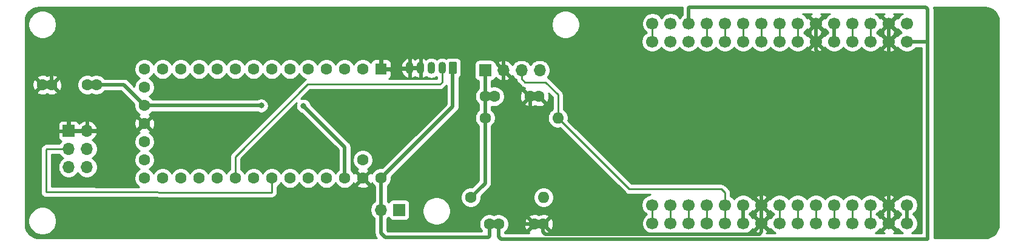
<source format=gbr>
G04 #@! TF.GenerationSoftware,KiCad,Pcbnew,(5.1.5)-3*
G04 #@! TF.CreationDate,2020-12-19T15:02:51+01:00*
G04 #@! TF.ProjectId,DNMS,444e4d53-2e6b-4696-9361-645f70636258,0.9.0*
G04 #@! TF.SameCoordinates,Original*
G04 #@! TF.FileFunction,Copper,L2,Bot*
G04 #@! TF.FilePolarity,Positive*
%FSLAX46Y46*%
G04 Gerber Fmt 4.6, Leading zero omitted, Abs format (unit mm)*
G04 Created by KiCad (PCBNEW (5.1.5)-3) date 2020-12-19 15:02:51*
%MOMM*%
%LPD*%
G04 APERTURE LIST*
%ADD10C,1.700000*%
%ADD11C,1.740000*%
%ADD12O,1.700000X1.700000*%
%ADD13R,1.700000X1.700000*%
%ADD14C,1.600000*%
%ADD15O,1.100000X1.700000*%
%ADD16C,0.100000*%
%ADD17R,1.600000X1.600000*%
%ADD18O,1.600000X1.600000*%
%ADD19C,0.800000*%
%ADD20C,0.500000*%
%ADD21C,0.250000*%
%ADD22C,0.254000*%
G04 APERTURE END LIST*
D10*
X149143720Y-87723980D03*
X151683720Y-87723980D03*
X154223720Y-87723980D03*
D11*
X156763720Y-87723980D03*
D10*
X159303720Y-87723980D03*
X161843720Y-87723980D03*
X164383720Y-87723980D03*
X166923720Y-87723980D03*
X169463720Y-87723980D03*
X172003720Y-87723980D03*
X174543720Y-87723980D03*
X177083720Y-87723980D03*
X179623720Y-87723980D03*
X182163720Y-87723980D03*
X184703720Y-87723980D03*
X184703720Y-59783980D03*
X182163720Y-59783980D03*
X179623720Y-59783980D03*
X177083720Y-59783980D03*
X174543720Y-59783980D03*
X172003720Y-59783980D03*
X169463720Y-59783980D03*
X166923720Y-59783980D03*
X164383720Y-59783980D03*
X161843720Y-59783980D03*
X159303720Y-59783980D03*
X156763720Y-59783980D03*
X154223720Y-59783980D03*
X151683720Y-59783980D03*
X149143720Y-59783980D03*
X151648160Y-85163660D03*
X156728160Y-85163660D03*
X154188160Y-85163660D03*
X174508160Y-85163660D03*
X171968160Y-85163660D03*
X166888160Y-85163660D03*
X169428160Y-85163660D03*
X184668160Y-85163660D03*
X164348160Y-85163660D03*
X159268160Y-85163660D03*
X161808160Y-85163660D03*
X177048160Y-85163660D03*
X182128160Y-85163660D03*
X179588160Y-85163660D03*
X149108160Y-85163660D03*
X184668160Y-62303660D03*
X182128160Y-62303660D03*
X179588160Y-62303660D03*
X177048160Y-62303660D03*
X174508160Y-62303660D03*
X171968160Y-62303660D03*
X169428160Y-62303660D03*
X166888160Y-62303660D03*
X164348160Y-62303660D03*
X161808160Y-62303660D03*
X159268160Y-62303660D03*
X156728160Y-62303660D03*
X154188160Y-62303660D03*
X151648160Y-62303660D03*
X149108160Y-62303660D03*
D12*
X70205600Y-79870300D03*
X67665600Y-79870300D03*
X70205600Y-77330300D03*
X67665600Y-77330300D03*
X70205600Y-74790300D03*
D13*
X67665600Y-74790300D03*
D14*
X132648020Y-87823800D03*
X127648020Y-87823800D03*
X126398020Y-87823800D03*
X133898020Y-87823800D03*
X132055440Y-69976380D03*
X127055440Y-69976380D03*
X125805440Y-69976380D03*
X133305440Y-69976380D03*
X65281480Y-68351400D03*
X70281480Y-68351400D03*
X71531480Y-68351400D03*
X64031480Y-68351400D03*
D15*
X115276880Y-65990480D03*
X116776880Y-65990480D03*
X118276880Y-65990480D03*
X119776880Y-65990480D03*
G04 #@! TA.AperFunction,ComponentPad*
D16*
G36*
X121681029Y-65141259D02*
G01*
X121696726Y-65143587D01*
X121712119Y-65147443D01*
X121727060Y-65152789D01*
X121741405Y-65159573D01*
X121755016Y-65167731D01*
X121767761Y-65177184D01*
X121779519Y-65187841D01*
X121790176Y-65199599D01*
X121799629Y-65212344D01*
X121807787Y-65225955D01*
X121814571Y-65240300D01*
X121819917Y-65255241D01*
X121823773Y-65270634D01*
X121826101Y-65286331D01*
X121826880Y-65302180D01*
X121826880Y-66678780D01*
X121826101Y-66694629D01*
X121823773Y-66710326D01*
X121819917Y-66725719D01*
X121814571Y-66740660D01*
X121807787Y-66755005D01*
X121799629Y-66768616D01*
X121790176Y-66781361D01*
X121779519Y-66793119D01*
X121767761Y-66803776D01*
X121755016Y-66813229D01*
X121741405Y-66821387D01*
X121727060Y-66828171D01*
X121712119Y-66833517D01*
X121696726Y-66837373D01*
X121681029Y-66839701D01*
X121665180Y-66840480D01*
X120888580Y-66840480D01*
X120872731Y-66839701D01*
X120857034Y-66837373D01*
X120841641Y-66833517D01*
X120826700Y-66828171D01*
X120812355Y-66821387D01*
X120798744Y-66813229D01*
X120785999Y-66803776D01*
X120774241Y-66793119D01*
X120763584Y-66781361D01*
X120754131Y-66768616D01*
X120745973Y-66755005D01*
X120739189Y-66740660D01*
X120733843Y-66725719D01*
X120729987Y-66710326D01*
X120727659Y-66694629D01*
X120726880Y-66678780D01*
X120726880Y-65302180D01*
X120727659Y-65286331D01*
X120729987Y-65270634D01*
X120733843Y-65255241D01*
X120739189Y-65240300D01*
X120745973Y-65225955D01*
X120754131Y-65212344D01*
X120763584Y-65199599D01*
X120774241Y-65187841D01*
X120785999Y-65177184D01*
X120798744Y-65167731D01*
X120812355Y-65159573D01*
X120826700Y-65152789D01*
X120841641Y-65147443D01*
X120857034Y-65143587D01*
X120872731Y-65141259D01*
X120888580Y-65140480D01*
X121665180Y-65140480D01*
X121681029Y-65141259D01*
G37*
G04 #@! TD.AperFunction*
D17*
X111267240Y-66171500D03*
D14*
X108727240Y-66171500D03*
X106187240Y-66171500D03*
X103647240Y-66171500D03*
X101107240Y-66171500D03*
X98567240Y-66171500D03*
X96027240Y-66171500D03*
X93487240Y-66171500D03*
X90947240Y-66171500D03*
X88407240Y-66171500D03*
X85867240Y-66171500D03*
X83327240Y-66171500D03*
X80787240Y-66171500D03*
X108727240Y-78871500D03*
X111267240Y-81411500D03*
X108727240Y-81411500D03*
X106187240Y-81411500D03*
X103647240Y-81411500D03*
X101107240Y-81411500D03*
X98567240Y-81411500D03*
X96027240Y-81411500D03*
X93487240Y-81411500D03*
X90947240Y-81411500D03*
X88407240Y-81411500D03*
X85867240Y-81411500D03*
X83327240Y-81411500D03*
X80787240Y-81411500D03*
X78247240Y-66171500D03*
X78247240Y-68711500D03*
X78247240Y-71251500D03*
X78247240Y-81411500D03*
X78247240Y-78871500D03*
X78247240Y-76331500D03*
X78247240Y-73791500D03*
D18*
X133950200Y-84107780D03*
D14*
X123790200Y-84107780D03*
D18*
X135950200Y-72977260D03*
D14*
X125790200Y-72977260D03*
D12*
X133410200Y-66320560D03*
X130870200Y-66320560D03*
X128330200Y-66320560D03*
D13*
X125790200Y-66320560D03*
D12*
X111252000Y-85833960D03*
D13*
X113792000Y-85833960D03*
D19*
X141607540Y-86024720D03*
X193421000Y-59949080D03*
X101429820Y-77602080D03*
X94554620Y-71251500D03*
X100444300Y-71297800D03*
D20*
X172003720Y-62268100D02*
X171968160Y-62303660D01*
X172003720Y-59783980D02*
X172003720Y-62268100D01*
X182163720Y-62268100D02*
X182128160Y-62303660D01*
X182163720Y-59783980D02*
X182163720Y-62268100D01*
X182128160Y-87688420D02*
X182163720Y-87723980D01*
X182128160Y-85163660D02*
X182128160Y-87688420D01*
X164348160Y-87688420D02*
X164383720Y-87723980D01*
X164348160Y-85163660D02*
X164348160Y-87688420D01*
X67665600Y-74790300D02*
X70205600Y-74790300D01*
X77248440Y-74790300D02*
X78247240Y-73791500D01*
X70205600Y-74790300D02*
X77248440Y-74790300D01*
X111276880Y-66161860D02*
X111267240Y-66171500D01*
X111276880Y-61990480D02*
X111276880Y-66161860D01*
X132055440Y-69976380D02*
X132055440Y-71107750D01*
X67665600Y-70735520D02*
X65281480Y-68351400D01*
X67665600Y-74790300D02*
X67665600Y-70735520D01*
X111276880Y-61990480D02*
X110226880Y-61990480D01*
X182128160Y-62303660D02*
X182128160Y-63505741D01*
X164348160Y-85163660D02*
X164348160Y-82984340D01*
X164348160Y-82984340D02*
X164683440Y-82649060D01*
X164683440Y-82649060D02*
X181978300Y-82649060D01*
X131986020Y-69976380D02*
X132055440Y-69976380D01*
X128330200Y-66320560D02*
X131986020Y-69976380D01*
X69184520Y-61986160D02*
X65278000Y-65892680D01*
X110172500Y-61986160D02*
X69184520Y-61986160D01*
X65281480Y-66087320D02*
X65278000Y-65892680D01*
X65278000Y-65892680D02*
X65281480Y-68351400D01*
X132055440Y-69976380D02*
X133305440Y-69976380D01*
X171968160Y-62303660D02*
X171968160Y-63505741D01*
X173557539Y-65095120D02*
X182148480Y-65095120D01*
X182128160Y-62303660D02*
X182148480Y-65095120D01*
X171968160Y-63505741D02*
X173557539Y-65095120D01*
X182148480Y-65095120D02*
X182128160Y-85163660D01*
X132648020Y-87823800D02*
X133898020Y-87823800D01*
X164383720Y-88926061D02*
X164079581Y-89230200D01*
X164383720Y-87723980D02*
X164383720Y-88926061D01*
X65281480Y-68351400D02*
X64031480Y-68351400D01*
X130111500Y-87823800D02*
X132648020Y-87823800D01*
X130070860Y-82019140D02*
X130070860Y-87783160D01*
X130070860Y-87783160D02*
X130111500Y-87823800D01*
X132055440Y-71107750D02*
X132055440Y-80034560D01*
X132055440Y-80034560D02*
X130070860Y-82019140D01*
X115020850Y-66171500D02*
X115201870Y-65990480D01*
X111267240Y-66171500D02*
X115020850Y-66171500D01*
X127480201Y-65470561D02*
X127480201Y-63345201D01*
X128330200Y-66320560D02*
X127480201Y-65470561D01*
X127480201Y-63345201D02*
X123649740Y-59514740D01*
X113687860Y-59514740D02*
X111379000Y-61823600D01*
X123649740Y-59514740D02*
X113687860Y-59514740D01*
X111276880Y-61990480D02*
X111379000Y-61823600D01*
X115276880Y-65990480D02*
X116776880Y-65990480D01*
X133898020Y-88955170D02*
X133898020Y-87823800D01*
X134173050Y-89230200D02*
X133898020Y-88955170D01*
X141607540Y-86024720D02*
X141607540Y-89195670D01*
X134205980Y-89230200D02*
X134173050Y-89230200D01*
X141541500Y-89261710D02*
X134237490Y-89261710D01*
X134237490Y-89261710D02*
X134205980Y-89230200D01*
X141541500Y-89261710D02*
X142238970Y-89261710D01*
X141935200Y-89261710D02*
X142238970Y-89261710D01*
X142238970Y-89261710D02*
X164079581Y-89261710D01*
X174543720Y-62268100D02*
X174508160Y-62303660D01*
X174543720Y-59783980D02*
X174543720Y-62268100D01*
X184668160Y-87688420D02*
X184703720Y-87723980D01*
X184668160Y-85163660D02*
X184668160Y-87688420D01*
X161808160Y-87688420D02*
X161843720Y-87723980D01*
X161808160Y-85163660D02*
X161808160Y-87688420D01*
X125790200Y-69961140D02*
X125805440Y-69976380D01*
X125790200Y-66320560D02*
X125790200Y-69961140D01*
X125805440Y-72962020D02*
X125790200Y-72977260D01*
X125805440Y-69976380D02*
X125805440Y-72962020D01*
X125805440Y-69976380D02*
X127055440Y-69976380D01*
X125790200Y-82107780D02*
X123790200Y-84107780D01*
X125790200Y-72977260D02*
X125790200Y-82107780D01*
X117276880Y-75401860D02*
X111267240Y-81411500D01*
X187459620Y-62303660D02*
X184668160Y-62303660D01*
X187551060Y-62212220D02*
X187459620Y-62303660D01*
X186778900Y-89961720D02*
X167182800Y-89961720D01*
X167147240Y-89961720D02*
X127985520Y-89961720D01*
X154266140Y-57545480D02*
X187313060Y-57545480D01*
X187551060Y-57783480D02*
X187313060Y-57545480D01*
X187551060Y-62212220D02*
X187551060Y-57783480D01*
X154223720Y-57587900D02*
X154223720Y-59783980D01*
X154266140Y-57545480D02*
X154223720Y-57587900D01*
X111267240Y-85818720D02*
X111252000Y-85833960D01*
X111267240Y-81411500D02*
X111267240Y-85818720D01*
X111828580Y-89690700D02*
X126219460Y-89690700D01*
X111252000Y-85833960D02*
X111252000Y-89114120D01*
X111252000Y-89114120D02*
X111828580Y-89690700D01*
X126398020Y-87823800D02*
X127648020Y-87823800D01*
X126398020Y-89512140D02*
X126398020Y-87823800D01*
X126219460Y-89690700D02*
X126398020Y-89512140D01*
X187551060Y-62212220D02*
X187551060Y-89964990D01*
X187551060Y-89964990D02*
X186799220Y-89964990D01*
X127648020Y-89624220D02*
X127648020Y-87823800D01*
X127985520Y-89961720D02*
X127648020Y-89624220D01*
X121276880Y-71401860D02*
X117276880Y-75401860D01*
X121276880Y-65990480D02*
X121276880Y-71401860D01*
D21*
X156728160Y-87688420D02*
X156763720Y-87723980D01*
X156728160Y-85163660D02*
X156728160Y-87688420D01*
X119776880Y-67972300D02*
X119776880Y-65990480D01*
X101036120Y-68295520D02*
X119453660Y-68295520D01*
X90947240Y-81411500D02*
X90947240Y-78384400D01*
X119453660Y-68295520D02*
X119776880Y-67972300D01*
X90947240Y-78384400D02*
X101036120Y-68295520D01*
X159268160Y-87688420D02*
X159303720Y-87723980D01*
X159268160Y-85163660D02*
X159268160Y-87688420D01*
X159268160Y-83433920D02*
X159268160Y-85163660D01*
X158783020Y-82948780D02*
X159268160Y-83433920D01*
X146756120Y-82948780D02*
X146781520Y-82933540D01*
X146781520Y-82933540D02*
X158783020Y-82948780D01*
X135950200Y-69727840D02*
X135950200Y-72977260D01*
X134239000Y-68016640D02*
X135950200Y-69727840D01*
X130870200Y-66320560D02*
X130870200Y-67522641D01*
X131364199Y-68016640D02*
X134239000Y-68016640D01*
X130870200Y-67522641D02*
X131364199Y-68016640D01*
X145906480Y-82933540D02*
X135950200Y-72977260D01*
X146781520Y-82933540D02*
X145906480Y-82933540D01*
X96027240Y-83400900D02*
X96027240Y-81411500D01*
X64508380Y-77797660D02*
X64508380Y-77401420D01*
X64579500Y-77330300D02*
X67665600Y-77330300D01*
X64508380Y-77401420D02*
X64579500Y-77330300D01*
X64508380Y-77797660D02*
X64508380Y-83372960D01*
X96027240Y-83400900D02*
X64508380Y-83372960D01*
X159303720Y-62318900D02*
X159301180Y-62321440D01*
X159303720Y-59783980D02*
X159303720Y-62318900D01*
X149143720Y-62318900D02*
X149141180Y-62321440D01*
X149143720Y-59783980D02*
X149143720Y-62318900D01*
D20*
X75347140Y-68351400D02*
X78247240Y-71251500D01*
X71531480Y-68351400D02*
X75347140Y-68351400D01*
X71531480Y-68351400D02*
X70281480Y-68351400D01*
X78247240Y-71251500D02*
X94554620Y-71251500D01*
X94554620Y-71251500D02*
X94656220Y-71251500D01*
X106187240Y-77040740D02*
X106187240Y-81411500D01*
X100444300Y-71297800D02*
X106187240Y-77040740D01*
D21*
X151648160Y-87688420D02*
X151683720Y-87723980D01*
X151648160Y-85163660D02*
X151648160Y-87688420D01*
X154188160Y-87688420D02*
X154223720Y-87723980D01*
X154188160Y-85163660D02*
X154188160Y-87688420D01*
X174508160Y-87688420D02*
X174543720Y-87723980D01*
X174508160Y-85163660D02*
X174508160Y-87688420D01*
X171968160Y-87688420D02*
X172003720Y-87723980D01*
X171968160Y-85163660D02*
X171968160Y-87688420D01*
X166888160Y-87688420D02*
X166923720Y-87723980D01*
X166888160Y-85163660D02*
X166888160Y-87688420D01*
X169428160Y-87688420D02*
X169463720Y-87723980D01*
X169428160Y-85163660D02*
X169428160Y-87688420D01*
X177048160Y-87688420D02*
X177083720Y-87723980D01*
X177048160Y-85163660D02*
X177048160Y-87688420D01*
X179588160Y-87688420D02*
X179623720Y-87723980D01*
X179588160Y-85163660D02*
X179588160Y-87688420D01*
X149108160Y-87688420D02*
X149143720Y-87723980D01*
X149108160Y-85163660D02*
X149108160Y-87688420D01*
X179623720Y-62268100D02*
X179588160Y-62303660D01*
X179623720Y-59783980D02*
X179623720Y-62268100D01*
X177083720Y-62268100D02*
X177048160Y-62303660D01*
X177083720Y-59783980D02*
X177083720Y-62268100D01*
X169463720Y-62318900D02*
X169461180Y-62321440D01*
X169463720Y-59783980D02*
X169463720Y-62318900D01*
X166923720Y-62318900D02*
X166921180Y-62321440D01*
X166923720Y-59783980D02*
X166923720Y-62318900D01*
X164383720Y-62318900D02*
X164381180Y-62321440D01*
X164383720Y-59783980D02*
X164383720Y-62318900D01*
X161843720Y-62318900D02*
X161841180Y-62321440D01*
X161843720Y-59783980D02*
X161843720Y-62318900D01*
X156763720Y-62318900D02*
X156761180Y-62321440D01*
X156763720Y-59783980D02*
X156763720Y-62318900D01*
D22*
G36*
X153338720Y-57544424D02*
G01*
X153338720Y-57544431D01*
X153334439Y-57587900D01*
X153338720Y-57631369D01*
X153338720Y-58589324D01*
X153277088Y-58630505D01*
X153070245Y-58837348D01*
X152953720Y-59011740D01*
X152837195Y-58837348D01*
X152630352Y-58630505D01*
X152387131Y-58467990D01*
X152116878Y-58356048D01*
X151829980Y-58298980D01*
X151537460Y-58298980D01*
X151250562Y-58356048D01*
X150980309Y-58467990D01*
X150737088Y-58630505D01*
X150530245Y-58837348D01*
X150413720Y-59011740D01*
X150297195Y-58837348D01*
X150090352Y-58630505D01*
X149847131Y-58467990D01*
X149576878Y-58356048D01*
X149289980Y-58298980D01*
X148997460Y-58298980D01*
X148710562Y-58356048D01*
X148440309Y-58467990D01*
X148197088Y-58630505D01*
X147990245Y-58837348D01*
X147827730Y-59080569D01*
X147715788Y-59350822D01*
X147658720Y-59637720D01*
X147658720Y-59930240D01*
X147715788Y-60217138D01*
X147827730Y-60487391D01*
X147990245Y-60730612D01*
X148197088Y-60937455D01*
X148338495Y-61031940D01*
X148161528Y-61150185D01*
X147954685Y-61357028D01*
X147792170Y-61600249D01*
X147680228Y-61870502D01*
X147623160Y-62157400D01*
X147623160Y-62449920D01*
X147680228Y-62736818D01*
X147792170Y-63007071D01*
X147954685Y-63250292D01*
X148161528Y-63457135D01*
X148404749Y-63619650D01*
X148675002Y-63731592D01*
X148961900Y-63788660D01*
X149254420Y-63788660D01*
X149541318Y-63731592D01*
X149811571Y-63619650D01*
X150054792Y-63457135D01*
X150261635Y-63250292D01*
X150378160Y-63075900D01*
X150494685Y-63250292D01*
X150701528Y-63457135D01*
X150944749Y-63619650D01*
X151215002Y-63731592D01*
X151501900Y-63788660D01*
X151794420Y-63788660D01*
X152081318Y-63731592D01*
X152351571Y-63619650D01*
X152594792Y-63457135D01*
X152801635Y-63250292D01*
X152918160Y-63075900D01*
X153034685Y-63250292D01*
X153241528Y-63457135D01*
X153484749Y-63619650D01*
X153755002Y-63731592D01*
X154041900Y-63788660D01*
X154334420Y-63788660D01*
X154621318Y-63731592D01*
X154891571Y-63619650D01*
X155134792Y-63457135D01*
X155341635Y-63250292D01*
X155458160Y-63075900D01*
X155574685Y-63250292D01*
X155781528Y-63457135D01*
X156024749Y-63619650D01*
X156295002Y-63731592D01*
X156581900Y-63788660D01*
X156874420Y-63788660D01*
X157161318Y-63731592D01*
X157431571Y-63619650D01*
X157674792Y-63457135D01*
X157881635Y-63250292D01*
X157998160Y-63075900D01*
X158114685Y-63250292D01*
X158321528Y-63457135D01*
X158564749Y-63619650D01*
X158835002Y-63731592D01*
X159121900Y-63788660D01*
X159414420Y-63788660D01*
X159701318Y-63731592D01*
X159971571Y-63619650D01*
X160214792Y-63457135D01*
X160421635Y-63250292D01*
X160538160Y-63075900D01*
X160654685Y-63250292D01*
X160861528Y-63457135D01*
X161104749Y-63619650D01*
X161375002Y-63731592D01*
X161661900Y-63788660D01*
X161954420Y-63788660D01*
X162241318Y-63731592D01*
X162511571Y-63619650D01*
X162754792Y-63457135D01*
X162961635Y-63250292D01*
X163078160Y-63075900D01*
X163194685Y-63250292D01*
X163401528Y-63457135D01*
X163644749Y-63619650D01*
X163915002Y-63731592D01*
X164201900Y-63788660D01*
X164494420Y-63788660D01*
X164781318Y-63731592D01*
X165051571Y-63619650D01*
X165294792Y-63457135D01*
X165501635Y-63250292D01*
X165618160Y-63075900D01*
X165734685Y-63250292D01*
X165941528Y-63457135D01*
X166184749Y-63619650D01*
X166455002Y-63731592D01*
X166741900Y-63788660D01*
X167034420Y-63788660D01*
X167321318Y-63731592D01*
X167591571Y-63619650D01*
X167834792Y-63457135D01*
X168041635Y-63250292D01*
X168158160Y-63075900D01*
X168274685Y-63250292D01*
X168481528Y-63457135D01*
X168724749Y-63619650D01*
X168995002Y-63731592D01*
X169281900Y-63788660D01*
X169574420Y-63788660D01*
X169861318Y-63731592D01*
X170131571Y-63619650D01*
X170374792Y-63457135D01*
X170499870Y-63332057D01*
X171119368Y-63332057D01*
X171197003Y-63581132D01*
X171461043Y-63707031D01*
X171744571Y-63778999D01*
X172036691Y-63794271D01*
X172326179Y-63752259D01*
X172601907Y-63654579D01*
X172739317Y-63581132D01*
X172816952Y-63332057D01*
X171968160Y-62483265D01*
X171119368Y-63332057D01*
X170499870Y-63332057D01*
X170581635Y-63250292D01*
X170697471Y-63076931D01*
X170939763Y-63152452D01*
X171788555Y-62303660D01*
X170939763Y-61454868D01*
X170697471Y-61530389D01*
X170581635Y-61357028D01*
X170499870Y-61275263D01*
X171119368Y-61275263D01*
X171968160Y-62124055D01*
X172816952Y-61275263D01*
X172753817Y-61072709D01*
X172774877Y-61061452D01*
X172852512Y-60812377D01*
X172003720Y-59963585D01*
X171154928Y-60812377D01*
X171218063Y-61014931D01*
X171197003Y-61026188D01*
X171119368Y-61275263D01*
X170499870Y-61275263D01*
X170374792Y-61150185D01*
X170233385Y-61055700D01*
X170410352Y-60937455D01*
X170617195Y-60730612D01*
X170733031Y-60557251D01*
X170975323Y-60632772D01*
X171824115Y-59783980D01*
X170975323Y-58935188D01*
X170733031Y-59010709D01*
X170617195Y-58837348D01*
X170410352Y-58630505D01*
X170167131Y-58467990D01*
X170076573Y-58430480D01*
X171377259Y-58430480D01*
X171369973Y-58433061D01*
X171232563Y-58506508D01*
X171154928Y-58755583D01*
X172003720Y-59604375D01*
X172852512Y-58755583D01*
X172774877Y-58506508D01*
X172615428Y-58430480D01*
X173930867Y-58430480D01*
X173840309Y-58467990D01*
X173597088Y-58630505D01*
X173390245Y-58837348D01*
X173274409Y-59010709D01*
X173032117Y-58935188D01*
X172183325Y-59783980D01*
X173032117Y-60632772D01*
X173274409Y-60557251D01*
X173390245Y-60730612D01*
X173597088Y-60937455D01*
X173658720Y-60978636D01*
X173658721Y-61085243D01*
X173561528Y-61150185D01*
X173354685Y-61357028D01*
X173238849Y-61530389D01*
X172996557Y-61454868D01*
X172147765Y-62303660D01*
X172996557Y-63152452D01*
X173238849Y-63076931D01*
X173354685Y-63250292D01*
X173561528Y-63457135D01*
X173804749Y-63619650D01*
X174075002Y-63731592D01*
X174361900Y-63788660D01*
X174654420Y-63788660D01*
X174941318Y-63731592D01*
X175211571Y-63619650D01*
X175454792Y-63457135D01*
X175661635Y-63250292D01*
X175778160Y-63075900D01*
X175894685Y-63250292D01*
X176101528Y-63457135D01*
X176344749Y-63619650D01*
X176615002Y-63731592D01*
X176901900Y-63788660D01*
X177194420Y-63788660D01*
X177481318Y-63731592D01*
X177751571Y-63619650D01*
X177994792Y-63457135D01*
X178201635Y-63250292D01*
X178318160Y-63075900D01*
X178434685Y-63250292D01*
X178641528Y-63457135D01*
X178884749Y-63619650D01*
X179155002Y-63731592D01*
X179441900Y-63788660D01*
X179734420Y-63788660D01*
X180021318Y-63731592D01*
X180291571Y-63619650D01*
X180534792Y-63457135D01*
X180659870Y-63332057D01*
X181279368Y-63332057D01*
X181357003Y-63581132D01*
X181621043Y-63707031D01*
X181904571Y-63778999D01*
X182196691Y-63794271D01*
X182486179Y-63752259D01*
X182761907Y-63654579D01*
X182899317Y-63581132D01*
X182976952Y-63332057D01*
X182128160Y-62483265D01*
X181279368Y-63332057D01*
X180659870Y-63332057D01*
X180741635Y-63250292D01*
X180857471Y-63076931D01*
X181099763Y-63152452D01*
X181948555Y-62303660D01*
X181099763Y-61454868D01*
X180857471Y-61530389D01*
X180741635Y-61357028D01*
X180659870Y-61275263D01*
X181279368Y-61275263D01*
X182128160Y-62124055D01*
X182976952Y-61275263D01*
X182913817Y-61072709D01*
X182934877Y-61061452D01*
X183012512Y-60812377D01*
X182163720Y-59963585D01*
X181314928Y-60812377D01*
X181378063Y-61014931D01*
X181357003Y-61026188D01*
X181279368Y-61275263D01*
X180659870Y-61275263D01*
X180534792Y-61150185D01*
X180393385Y-61055700D01*
X180570352Y-60937455D01*
X180777195Y-60730612D01*
X180893031Y-60557251D01*
X181135323Y-60632772D01*
X181984115Y-59783980D01*
X181135323Y-58935188D01*
X180893031Y-59010709D01*
X180777195Y-58837348D01*
X180570352Y-58630505D01*
X180327131Y-58467990D01*
X180236573Y-58430480D01*
X181537259Y-58430480D01*
X181529973Y-58433061D01*
X181392563Y-58506508D01*
X181314928Y-58755583D01*
X182163720Y-59604375D01*
X183012512Y-58755583D01*
X182934877Y-58506508D01*
X182775428Y-58430480D01*
X184090867Y-58430480D01*
X184000309Y-58467990D01*
X183757088Y-58630505D01*
X183550245Y-58837348D01*
X183434409Y-59010709D01*
X183192117Y-58935188D01*
X182343325Y-59783980D01*
X183192117Y-60632772D01*
X183434409Y-60557251D01*
X183550245Y-60730612D01*
X183757088Y-60937455D01*
X183898495Y-61031940D01*
X183721528Y-61150185D01*
X183514685Y-61357028D01*
X183398849Y-61530389D01*
X183156557Y-61454868D01*
X182307765Y-62303660D01*
X183156557Y-63152452D01*
X183398849Y-63076931D01*
X183514685Y-63250292D01*
X183721528Y-63457135D01*
X183964749Y-63619650D01*
X184235002Y-63731592D01*
X184521900Y-63788660D01*
X184814420Y-63788660D01*
X185101318Y-63731592D01*
X185371571Y-63619650D01*
X185614792Y-63457135D01*
X185821635Y-63250292D01*
X185862816Y-63188660D01*
X186666060Y-63188660D01*
X186666061Y-89076720D01*
X185318408Y-89076720D01*
X185407131Y-89039970D01*
X185650352Y-88877455D01*
X185857195Y-88670612D01*
X186019710Y-88427391D01*
X186131652Y-88157138D01*
X186188720Y-87870240D01*
X186188720Y-87577720D01*
X186131652Y-87290822D01*
X186019710Y-87020569D01*
X185857195Y-86777348D01*
X185650352Y-86570505D01*
X185553160Y-86505563D01*
X185553160Y-86358316D01*
X185614792Y-86317135D01*
X185821635Y-86110292D01*
X185984150Y-85867071D01*
X186096092Y-85596818D01*
X186153160Y-85309920D01*
X186153160Y-85017400D01*
X186096092Y-84730502D01*
X185984150Y-84460249D01*
X185821635Y-84217028D01*
X185614792Y-84010185D01*
X185371571Y-83847670D01*
X185101318Y-83735728D01*
X184814420Y-83678660D01*
X184521900Y-83678660D01*
X184235002Y-83735728D01*
X183964749Y-83847670D01*
X183721528Y-84010185D01*
X183514685Y-84217028D01*
X183398849Y-84390389D01*
X183156557Y-84314868D01*
X182307765Y-85163660D01*
X183156557Y-86012452D01*
X183398849Y-85936931D01*
X183514685Y-86110292D01*
X183721528Y-86317135D01*
X183783160Y-86358316D01*
X183783161Y-86553084D01*
X183757088Y-86570505D01*
X183550245Y-86777348D01*
X183434409Y-86950709D01*
X183192117Y-86875188D01*
X182343325Y-87723980D01*
X183192117Y-88572772D01*
X183434409Y-88497251D01*
X183550245Y-88670612D01*
X183757088Y-88877455D01*
X184000309Y-89039970D01*
X184089032Y-89076720D01*
X182792327Y-89076720D01*
X182797467Y-89074899D01*
X182934877Y-89001452D01*
X183012512Y-88752377D01*
X182163720Y-87903585D01*
X181314928Y-88752377D01*
X181392563Y-89001452D01*
X181550418Y-89076720D01*
X180238408Y-89076720D01*
X180327131Y-89039970D01*
X180570352Y-88877455D01*
X180777195Y-88670612D01*
X180893031Y-88497251D01*
X181135323Y-88572772D01*
X181984115Y-87723980D01*
X181135323Y-86875188D01*
X180893031Y-86950709D01*
X180777195Y-86777348D01*
X180570352Y-86570505D01*
X180362974Y-86431940D01*
X180534792Y-86317135D01*
X180659870Y-86192057D01*
X181279368Y-86192057D01*
X181357003Y-86441132D01*
X181389421Y-86456589D01*
X181314928Y-86695583D01*
X182163720Y-87544375D01*
X183012512Y-86695583D01*
X182934877Y-86446508D01*
X182902459Y-86431051D01*
X182976952Y-86192057D01*
X182128160Y-85343265D01*
X181279368Y-86192057D01*
X180659870Y-86192057D01*
X180741635Y-86110292D01*
X180857471Y-85936931D01*
X181099763Y-86012452D01*
X181948555Y-85163660D01*
X181099763Y-84314868D01*
X180857471Y-84390389D01*
X180741635Y-84217028D01*
X180659870Y-84135263D01*
X181279368Y-84135263D01*
X182128160Y-84984055D01*
X182976952Y-84135263D01*
X182899317Y-83886188D01*
X182635277Y-83760289D01*
X182351749Y-83688321D01*
X182059629Y-83673049D01*
X181770141Y-83715061D01*
X181494413Y-83812741D01*
X181357003Y-83886188D01*
X181279368Y-84135263D01*
X180659870Y-84135263D01*
X180534792Y-84010185D01*
X180291571Y-83847670D01*
X180021318Y-83735728D01*
X179734420Y-83678660D01*
X179441900Y-83678660D01*
X179155002Y-83735728D01*
X178884749Y-83847670D01*
X178641528Y-84010185D01*
X178434685Y-84217028D01*
X178318160Y-84391420D01*
X178201635Y-84217028D01*
X177994792Y-84010185D01*
X177751571Y-83847670D01*
X177481318Y-83735728D01*
X177194420Y-83678660D01*
X176901900Y-83678660D01*
X176615002Y-83735728D01*
X176344749Y-83847670D01*
X176101528Y-84010185D01*
X175894685Y-84217028D01*
X175778160Y-84391420D01*
X175661635Y-84217028D01*
X175454792Y-84010185D01*
X175211571Y-83847670D01*
X174941318Y-83735728D01*
X174654420Y-83678660D01*
X174361900Y-83678660D01*
X174075002Y-83735728D01*
X173804749Y-83847670D01*
X173561528Y-84010185D01*
X173354685Y-84217028D01*
X173238160Y-84391420D01*
X173121635Y-84217028D01*
X172914792Y-84010185D01*
X172671571Y-83847670D01*
X172401318Y-83735728D01*
X172114420Y-83678660D01*
X171821900Y-83678660D01*
X171535002Y-83735728D01*
X171264749Y-83847670D01*
X171021528Y-84010185D01*
X170814685Y-84217028D01*
X170698160Y-84391420D01*
X170581635Y-84217028D01*
X170374792Y-84010185D01*
X170131571Y-83847670D01*
X169861318Y-83735728D01*
X169574420Y-83678660D01*
X169281900Y-83678660D01*
X168995002Y-83735728D01*
X168724749Y-83847670D01*
X168481528Y-84010185D01*
X168274685Y-84217028D01*
X168158160Y-84391420D01*
X168041635Y-84217028D01*
X167834792Y-84010185D01*
X167591571Y-83847670D01*
X167321318Y-83735728D01*
X167034420Y-83678660D01*
X166741900Y-83678660D01*
X166455002Y-83735728D01*
X166184749Y-83847670D01*
X165941528Y-84010185D01*
X165734685Y-84217028D01*
X165618849Y-84390389D01*
X165376557Y-84314868D01*
X164527765Y-85163660D01*
X165376557Y-86012452D01*
X165618849Y-85936931D01*
X165734685Y-86110292D01*
X165941528Y-86317135D01*
X166128161Y-86441839D01*
X166128161Y-86469562D01*
X165977088Y-86570505D01*
X165770245Y-86777348D01*
X165654409Y-86950709D01*
X165412117Y-86875188D01*
X164563325Y-87723980D01*
X165412117Y-88572772D01*
X165654409Y-88497251D01*
X165770245Y-88670612D01*
X165977088Y-88877455D01*
X166220309Y-89039970D01*
X166309032Y-89076720D01*
X165012327Y-89076720D01*
X165017467Y-89074899D01*
X165154877Y-89001452D01*
X165232512Y-88752377D01*
X164383720Y-87903585D01*
X163534928Y-88752377D01*
X163612563Y-89001452D01*
X163770418Y-89076720D01*
X162458408Y-89076720D01*
X162547131Y-89039970D01*
X162790352Y-88877455D01*
X162997195Y-88670612D01*
X163113031Y-88497251D01*
X163355323Y-88572772D01*
X164204115Y-87723980D01*
X163355323Y-86875188D01*
X163113031Y-86950709D01*
X162997195Y-86777348D01*
X162790352Y-86570505D01*
X162693160Y-86505563D01*
X162693160Y-86358316D01*
X162754792Y-86317135D01*
X162879870Y-86192057D01*
X163499368Y-86192057D01*
X163577003Y-86441132D01*
X163609421Y-86456589D01*
X163534928Y-86695583D01*
X164383720Y-87544375D01*
X165232512Y-86695583D01*
X165154877Y-86446508D01*
X165122459Y-86431051D01*
X165196952Y-86192057D01*
X164348160Y-85343265D01*
X163499368Y-86192057D01*
X162879870Y-86192057D01*
X162961635Y-86110292D01*
X163077471Y-85936931D01*
X163319763Y-86012452D01*
X164168555Y-85163660D01*
X163319763Y-84314868D01*
X163077471Y-84390389D01*
X162961635Y-84217028D01*
X162879870Y-84135263D01*
X163499368Y-84135263D01*
X164348160Y-84984055D01*
X165196952Y-84135263D01*
X165119317Y-83886188D01*
X164855277Y-83760289D01*
X164571749Y-83688321D01*
X164279629Y-83673049D01*
X163990141Y-83715061D01*
X163714413Y-83812741D01*
X163577003Y-83886188D01*
X163499368Y-84135263D01*
X162879870Y-84135263D01*
X162754792Y-84010185D01*
X162511571Y-83847670D01*
X162241318Y-83735728D01*
X161954420Y-83678660D01*
X161661900Y-83678660D01*
X161375002Y-83735728D01*
X161104749Y-83847670D01*
X160861528Y-84010185D01*
X160654685Y-84217028D01*
X160538160Y-84391420D01*
X160421635Y-84217028D01*
X160214792Y-84010185D01*
X160028160Y-83885482D01*
X160028160Y-83471253D01*
X160031837Y-83433920D01*
X160017163Y-83284934D01*
X159973706Y-83141673D01*
X159903134Y-83009644D01*
X159852644Y-82948122D01*
X159808161Y-82893919D01*
X159779158Y-82870117D01*
X159347161Y-82438120D01*
X159323706Y-82409466D01*
X159294365Y-82385324D01*
X159294022Y-82384981D01*
X159265381Y-82361476D01*
X159208102Y-82314346D01*
X159207675Y-82314117D01*
X159207296Y-82313806D01*
X159141608Y-82278695D01*
X159076163Y-82243606D01*
X159075695Y-82243463D01*
X159075266Y-82243234D01*
X159004512Y-82221772D01*
X158932957Y-82199967D01*
X158932467Y-82199918D01*
X158932005Y-82199778D01*
X158858255Y-82192514D01*
X158821318Y-82188829D01*
X158820834Y-82188828D01*
X158783020Y-82185104D01*
X158746169Y-82188734D01*
X146837881Y-82173612D01*
X146818642Y-82170767D01*
X146763176Y-82173517D01*
X146745153Y-82173494D01*
X146744680Y-82173540D01*
X146221282Y-82173540D01*
X137348888Y-73301147D01*
X137385200Y-73118595D01*
X137385200Y-72835925D01*
X137330053Y-72558686D01*
X137221880Y-72297533D01*
X137064837Y-72062501D01*
X136864959Y-71862623D01*
X136710200Y-71759217D01*
X136710200Y-69765162D01*
X136713876Y-69727839D01*
X136710200Y-69690516D01*
X136710200Y-69690507D01*
X136699203Y-69578854D01*
X136655746Y-69435593D01*
X136585174Y-69303564D01*
X136490201Y-69187839D01*
X136461204Y-69164042D01*
X134802804Y-67505643D01*
X134779001Y-67476639D01*
X134663276Y-67381666D01*
X134531247Y-67311094D01*
X134522443Y-67308424D01*
X134563675Y-67267192D01*
X134726190Y-67023971D01*
X134838132Y-66753718D01*
X134895200Y-66466820D01*
X134895200Y-66174300D01*
X134838132Y-65887402D01*
X134726190Y-65617149D01*
X134563675Y-65373928D01*
X134356832Y-65167085D01*
X134113611Y-65004570D01*
X133843358Y-64892628D01*
X133556460Y-64835560D01*
X133263940Y-64835560D01*
X132977042Y-64892628D01*
X132706789Y-65004570D01*
X132463568Y-65167085D01*
X132256725Y-65373928D01*
X132140200Y-65548320D01*
X132023675Y-65373928D01*
X131816832Y-65167085D01*
X131573611Y-65004570D01*
X131303358Y-64892628D01*
X131016460Y-64835560D01*
X130723940Y-64835560D01*
X130437042Y-64892628D01*
X130166789Y-65004570D01*
X129923568Y-65167085D01*
X129716725Y-65373928D01*
X129595005Y-65556094D01*
X129525378Y-65439205D01*
X129330469Y-65222972D01*
X129097120Y-65048919D01*
X128834299Y-64923735D01*
X128687090Y-64879084D01*
X128457200Y-65000405D01*
X128457200Y-66193560D01*
X128477200Y-66193560D01*
X128477200Y-66447560D01*
X128457200Y-66447560D01*
X128457200Y-67640715D01*
X128687090Y-67762036D01*
X128834299Y-67717385D01*
X129097120Y-67592201D01*
X129330469Y-67418148D01*
X129525378Y-67201915D01*
X129595005Y-67085026D01*
X129716725Y-67267192D01*
X129923568Y-67474035D01*
X130114288Y-67601470D01*
X130121198Y-67671627D01*
X130134380Y-67715083D01*
X130164654Y-67814887D01*
X130235226Y-67946917D01*
X130287890Y-68011087D01*
X130330200Y-68062642D01*
X130359198Y-68086440D01*
X130800395Y-68527637D01*
X130824198Y-68556641D01*
X130885895Y-68607274D01*
X130939922Y-68651614D01*
X131033308Y-68701530D01*
X131071952Y-68722186D01*
X131215213Y-68765643D01*
X131303758Y-68774364D01*
X131242343Y-68983678D01*
X131908019Y-69649354D01*
X131879140Y-69764564D01*
X131869034Y-69969579D01*
X131062738Y-69163283D01*
X130818769Y-69234866D01*
X130697869Y-69490376D01*
X130629140Y-69764564D01*
X130615223Y-70046892D01*
X130656653Y-70326510D01*
X130751837Y-70592672D01*
X130818769Y-70717894D01*
X131062738Y-70789477D01*
X131868329Y-69983886D01*
X131865223Y-70046892D01*
X131903848Y-70307577D01*
X131242343Y-70969082D01*
X131313926Y-71213051D01*
X131569436Y-71333951D01*
X131843624Y-71402680D01*
X132125952Y-71416597D01*
X132405570Y-71375167D01*
X132671732Y-71279983D01*
X132687532Y-71271538D01*
X132819436Y-71333951D01*
X133093624Y-71402680D01*
X133375952Y-71416597D01*
X133655570Y-71375167D01*
X133921732Y-71279983D01*
X134046954Y-71213051D01*
X134118537Y-70969082D01*
X133452861Y-70303406D01*
X133481740Y-70188196D01*
X133491846Y-69983181D01*
X134298142Y-70789477D01*
X134542111Y-70717894D01*
X134663011Y-70462384D01*
X134731740Y-70188196D01*
X134745657Y-69905868D01*
X134704227Y-69626250D01*
X134665491Y-69517932D01*
X135190200Y-70042642D01*
X135190201Y-71759216D01*
X135035441Y-71862623D01*
X134835563Y-72062501D01*
X134678520Y-72297533D01*
X134570347Y-72558686D01*
X134515200Y-72835925D01*
X134515200Y-73118595D01*
X134570347Y-73395834D01*
X134678520Y-73656987D01*
X134835563Y-73892019D01*
X135035441Y-74091897D01*
X135270473Y-74248940D01*
X135531626Y-74357113D01*
X135808865Y-74412260D01*
X136091535Y-74412260D01*
X136274087Y-74375948D01*
X145342681Y-83444543D01*
X145366479Y-83473541D01*
X145482204Y-83568514D01*
X145614233Y-83639086D01*
X145757494Y-83682543D01*
X145869147Y-83693540D01*
X145869156Y-83693540D01*
X145906479Y-83697216D01*
X145943802Y-83693540D01*
X146597176Y-83693540D01*
X146718998Y-83711553D01*
X146868520Y-83704140D01*
X146910106Y-83693703D01*
X148873739Y-83696196D01*
X148675002Y-83735728D01*
X148404749Y-83847670D01*
X148161528Y-84010185D01*
X147954685Y-84217028D01*
X147792170Y-84460249D01*
X147680228Y-84730502D01*
X147623160Y-85017400D01*
X147623160Y-85309920D01*
X147680228Y-85596818D01*
X147792170Y-85867071D01*
X147954685Y-86110292D01*
X148161528Y-86317135D01*
X148348161Y-86441839D01*
X148348161Y-86469562D01*
X148197088Y-86570505D01*
X147990245Y-86777348D01*
X147827730Y-87020569D01*
X147715788Y-87290822D01*
X147658720Y-87577720D01*
X147658720Y-87870240D01*
X147715788Y-88157138D01*
X147827730Y-88427391D01*
X147990245Y-88670612D01*
X148197088Y-88877455D01*
X148440309Y-89039970D01*
X148529032Y-89076720D01*
X134609134Y-89076720D01*
X134639534Y-89060471D01*
X134711117Y-88816502D01*
X134045441Y-88150826D01*
X134074320Y-88035616D01*
X134084426Y-87830601D01*
X134890722Y-88636897D01*
X135134691Y-88565314D01*
X135255591Y-88309804D01*
X135324320Y-88035616D01*
X135338237Y-87753288D01*
X135296807Y-87473670D01*
X135201623Y-87207508D01*
X135134691Y-87082286D01*
X134890722Y-87010703D01*
X134085131Y-87816294D01*
X134088237Y-87753288D01*
X134049612Y-87492603D01*
X134711117Y-86831098D01*
X134639534Y-86587129D01*
X134384024Y-86466229D01*
X134109836Y-86397500D01*
X133827508Y-86383583D01*
X133547890Y-86425013D01*
X133281728Y-86520197D01*
X133265928Y-86528642D01*
X133134024Y-86466229D01*
X132859836Y-86397500D01*
X132577508Y-86383583D01*
X132297890Y-86425013D01*
X132031728Y-86520197D01*
X131906506Y-86587129D01*
X131834923Y-86831098D01*
X132500599Y-87496774D01*
X132471720Y-87611984D01*
X132461614Y-87816999D01*
X131655318Y-87010703D01*
X131411349Y-87082286D01*
X131290449Y-87337796D01*
X131221720Y-87611984D01*
X131207803Y-87894312D01*
X131249233Y-88173930D01*
X131344417Y-88440092D01*
X131411349Y-88565314D01*
X131655318Y-88636897D01*
X132460909Y-87831306D01*
X132457803Y-87894312D01*
X132496428Y-88154997D01*
X131834923Y-88816502D01*
X131906506Y-89060471D01*
X131940847Y-89076720D01*
X128533020Y-89076720D01*
X128533020Y-88958321D01*
X128562779Y-88938437D01*
X128762657Y-88738559D01*
X128919700Y-88503527D01*
X129027873Y-88242374D01*
X129083020Y-87965135D01*
X129083020Y-87682465D01*
X129027873Y-87405226D01*
X128919700Y-87144073D01*
X128762657Y-86909041D01*
X128562779Y-86709163D01*
X128327747Y-86552120D01*
X128066594Y-86443947D01*
X127789355Y-86388800D01*
X127506685Y-86388800D01*
X127229446Y-86443947D01*
X127023020Y-86529451D01*
X126816594Y-86443947D01*
X126539355Y-86388800D01*
X126256685Y-86388800D01*
X125979446Y-86443947D01*
X125718293Y-86552120D01*
X125483261Y-86709163D01*
X125283383Y-86909041D01*
X125126340Y-87144073D01*
X125018167Y-87405226D01*
X124963020Y-87682465D01*
X124963020Y-87965135D01*
X125018167Y-88242374D01*
X125126340Y-88503527D01*
X125283383Y-88738559D01*
X125350524Y-88805700D01*
X112195158Y-88805700D01*
X112137000Y-88747542D01*
X112137000Y-87028616D01*
X112198632Y-86987435D01*
X112330487Y-86855580D01*
X112352498Y-86928140D01*
X112411463Y-87038454D01*
X112490815Y-87135145D01*
X112587506Y-87214497D01*
X112697820Y-87273462D01*
X112817518Y-87309772D01*
X112942000Y-87322032D01*
X114642000Y-87322032D01*
X114766482Y-87309772D01*
X114886180Y-87273462D01*
X114996494Y-87214497D01*
X115093185Y-87135145D01*
X115172537Y-87038454D01*
X115231502Y-86928140D01*
X115267812Y-86808442D01*
X115280072Y-86683960D01*
X115280072Y-85804495D01*
X117015000Y-85804495D01*
X117015000Y-86195505D01*
X117091282Y-86579003D01*
X117240915Y-86940250D01*
X117458149Y-87265364D01*
X117734636Y-87541851D01*
X118059750Y-87759085D01*
X118420997Y-87908718D01*
X118804495Y-87985000D01*
X119195505Y-87985000D01*
X119579003Y-87908718D01*
X119940250Y-87759085D01*
X120265364Y-87541851D01*
X120541851Y-87265364D01*
X120759085Y-86940250D01*
X120908718Y-86579003D01*
X120985000Y-86195505D01*
X120985000Y-85804495D01*
X120908718Y-85420997D01*
X120759085Y-85059750D01*
X120541851Y-84734636D01*
X120265364Y-84458149D01*
X119940250Y-84240915D01*
X119579003Y-84091282D01*
X119195505Y-84015000D01*
X118804495Y-84015000D01*
X118420997Y-84091282D01*
X118059750Y-84240915D01*
X117734636Y-84458149D01*
X117458149Y-84734636D01*
X117240915Y-85059750D01*
X117091282Y-85420997D01*
X117015000Y-85804495D01*
X115280072Y-85804495D01*
X115280072Y-84983960D01*
X115267812Y-84859478D01*
X115231502Y-84739780D01*
X115172537Y-84629466D01*
X115093185Y-84532775D01*
X114996494Y-84453423D01*
X114886180Y-84394458D01*
X114766482Y-84358148D01*
X114642000Y-84345888D01*
X112942000Y-84345888D01*
X112817518Y-84358148D01*
X112697820Y-84394458D01*
X112587506Y-84453423D01*
X112490815Y-84532775D01*
X112411463Y-84629466D01*
X112352498Y-84739780D01*
X112330487Y-84812340D01*
X112198632Y-84680485D01*
X112152240Y-84649487D01*
X112152240Y-83966445D01*
X122355200Y-83966445D01*
X122355200Y-84249115D01*
X122410347Y-84526354D01*
X122518520Y-84787507D01*
X122675563Y-85022539D01*
X122875441Y-85222417D01*
X123110473Y-85379460D01*
X123371626Y-85487633D01*
X123648865Y-85542780D01*
X123931535Y-85542780D01*
X124208774Y-85487633D01*
X124469927Y-85379460D01*
X124704959Y-85222417D01*
X124904837Y-85022539D01*
X125061880Y-84787507D01*
X125170053Y-84526354D01*
X125225200Y-84249115D01*
X125225200Y-83966445D01*
X132515200Y-83966445D01*
X132515200Y-84249115D01*
X132570347Y-84526354D01*
X132678520Y-84787507D01*
X132835563Y-85022539D01*
X133035441Y-85222417D01*
X133270473Y-85379460D01*
X133531626Y-85487633D01*
X133808865Y-85542780D01*
X134091535Y-85542780D01*
X134368774Y-85487633D01*
X134629927Y-85379460D01*
X134864959Y-85222417D01*
X135064837Y-85022539D01*
X135221880Y-84787507D01*
X135330053Y-84526354D01*
X135385200Y-84249115D01*
X135385200Y-83966445D01*
X135330053Y-83689206D01*
X135221880Y-83428053D01*
X135064837Y-83193021D01*
X134864959Y-82993143D01*
X134629927Y-82836100D01*
X134368774Y-82727927D01*
X134091535Y-82672780D01*
X133808865Y-82672780D01*
X133531626Y-82727927D01*
X133270473Y-82836100D01*
X133035441Y-82993143D01*
X132835563Y-83193021D01*
X132678520Y-83428053D01*
X132570347Y-83689206D01*
X132515200Y-83966445D01*
X125225200Y-83966445D01*
X125218217Y-83931341D01*
X126385249Y-82764310D01*
X126419017Y-82736597D01*
X126452652Y-82695614D01*
X126529610Y-82601840D01*
X126570074Y-82526137D01*
X126611789Y-82448093D01*
X126662395Y-82281270D01*
X126675200Y-82151257D01*
X126675200Y-82151247D01*
X126679481Y-82107781D01*
X126675200Y-82064315D01*
X126675200Y-74111781D01*
X126704959Y-74091897D01*
X126904837Y-73892019D01*
X127061880Y-73656987D01*
X127170053Y-73395834D01*
X127225200Y-73118595D01*
X127225200Y-72835925D01*
X127170053Y-72558686D01*
X127061880Y-72297533D01*
X126904837Y-72062501D01*
X126704959Y-71862623D01*
X126690440Y-71852922D01*
X126690440Y-71366890D01*
X126914105Y-71411380D01*
X127196775Y-71411380D01*
X127474014Y-71356233D01*
X127735167Y-71248060D01*
X127970199Y-71091017D01*
X128170077Y-70891139D01*
X128327120Y-70656107D01*
X128435293Y-70394954D01*
X128490440Y-70117715D01*
X128490440Y-69835045D01*
X128435293Y-69557806D01*
X128327120Y-69296653D01*
X128170077Y-69061621D01*
X127970199Y-68861743D01*
X127735167Y-68704700D01*
X127474014Y-68596527D01*
X127196775Y-68541380D01*
X126914105Y-68541380D01*
X126675200Y-68588902D01*
X126675200Y-67805185D01*
X126764682Y-67796372D01*
X126884380Y-67760062D01*
X126994694Y-67701097D01*
X127091385Y-67621745D01*
X127170737Y-67525054D01*
X127229702Y-67414740D01*
X127254166Y-67334094D01*
X127329931Y-67418148D01*
X127563280Y-67592201D01*
X127826101Y-67717385D01*
X127973310Y-67762036D01*
X128203200Y-67640715D01*
X128203200Y-66447560D01*
X128183200Y-66447560D01*
X128183200Y-66193560D01*
X128203200Y-66193560D01*
X128203200Y-65000405D01*
X127973310Y-64879084D01*
X127826101Y-64923735D01*
X127563280Y-65048919D01*
X127329931Y-65222972D01*
X127254166Y-65307026D01*
X127229702Y-65226380D01*
X127170737Y-65116066D01*
X127091385Y-65019375D01*
X126994694Y-64940023D01*
X126884380Y-64881058D01*
X126764682Y-64844748D01*
X126640200Y-64832488D01*
X124940200Y-64832488D01*
X124815718Y-64844748D01*
X124696020Y-64881058D01*
X124585706Y-64940023D01*
X124489015Y-65019375D01*
X124409663Y-65116066D01*
X124350698Y-65226380D01*
X124314388Y-65346078D01*
X124302128Y-65470560D01*
X124302128Y-67170560D01*
X124314388Y-67295042D01*
X124350698Y-67414740D01*
X124409663Y-67525054D01*
X124489015Y-67621745D01*
X124585706Y-67701097D01*
X124696020Y-67760062D01*
X124815718Y-67796372D01*
X124905200Y-67805185D01*
X124905201Y-68852041D01*
X124890681Y-68861743D01*
X124690803Y-69061621D01*
X124533760Y-69296653D01*
X124425587Y-69557806D01*
X124370440Y-69835045D01*
X124370440Y-70117715D01*
X124425587Y-70394954D01*
X124533760Y-70656107D01*
X124690803Y-70891139D01*
X124890681Y-71091017D01*
X124920440Y-71110902D01*
X124920441Y-71832555D01*
X124875441Y-71862623D01*
X124675563Y-72062501D01*
X124518520Y-72297533D01*
X124410347Y-72558686D01*
X124355200Y-72835925D01*
X124355200Y-73118595D01*
X124410347Y-73395834D01*
X124518520Y-73656987D01*
X124675563Y-73892019D01*
X124875441Y-74091897D01*
X124905200Y-74111781D01*
X124905201Y-81741200D01*
X123966639Y-82679763D01*
X123931535Y-82672780D01*
X123648865Y-82672780D01*
X123371626Y-82727927D01*
X123110473Y-82836100D01*
X122875441Y-82993143D01*
X122675563Y-83193021D01*
X122518520Y-83428053D01*
X122410347Y-83689206D01*
X122355200Y-83966445D01*
X112152240Y-83966445D01*
X112152240Y-82546021D01*
X112181999Y-82526137D01*
X112381877Y-82326259D01*
X112538920Y-82091227D01*
X112647093Y-81830074D01*
X112702240Y-81552835D01*
X112702240Y-81270165D01*
X112695257Y-81235061D01*
X117933412Y-75996907D01*
X121871929Y-72058390D01*
X121905697Y-72030677D01*
X121938333Y-71990911D01*
X122016290Y-71895920D01*
X122016291Y-71895919D01*
X122098469Y-71742173D01*
X122149075Y-71575350D01*
X122161880Y-71445337D01*
X122161880Y-71445327D01*
X122166161Y-71401861D01*
X122161880Y-71358395D01*
X122161880Y-67300787D01*
X122230704Y-67244304D01*
X122330166Y-67123110D01*
X122404073Y-66984839D01*
X122449585Y-66834808D01*
X122464952Y-66678780D01*
X122464952Y-65302180D01*
X122449585Y-65146152D01*
X122404073Y-64996121D01*
X122330166Y-64857850D01*
X122230704Y-64736656D01*
X122109510Y-64637194D01*
X121971239Y-64563287D01*
X121821208Y-64517775D01*
X121665180Y-64502408D01*
X120888580Y-64502408D01*
X120732552Y-64517775D01*
X120582521Y-64563287D01*
X120444250Y-64637194D01*
X120395293Y-64677372D01*
X120232554Y-64590386D01*
X120009180Y-64522627D01*
X119776880Y-64499747D01*
X119544581Y-64522627D01*
X119321207Y-64590386D01*
X119115345Y-64700422D01*
X119026880Y-64773023D01*
X118938416Y-64700422D01*
X118732554Y-64590386D01*
X118509180Y-64522627D01*
X118276880Y-64499747D01*
X118044581Y-64522627D01*
X117821207Y-64590386D01*
X117615345Y-64700422D01*
X117531548Y-64769193D01*
X117524999Y-64762755D01*
X117329634Y-64634630D01*
X117113027Y-64547081D01*
X117086624Y-64546677D01*
X116903880Y-64672119D01*
X116903880Y-65863480D01*
X116923880Y-65863480D01*
X116923880Y-66117480D01*
X116903880Y-66117480D01*
X116903880Y-67308841D01*
X117086624Y-67434283D01*
X117113027Y-67433879D01*
X117329634Y-67346330D01*
X117524999Y-67218205D01*
X117531548Y-67211768D01*
X117615344Y-67280538D01*
X117821206Y-67390574D01*
X118044580Y-67458333D01*
X118276880Y-67481213D01*
X118509179Y-67458333D01*
X118732553Y-67390574D01*
X118938415Y-67280538D01*
X119016880Y-67216143D01*
X119016880Y-67535520D01*
X112359093Y-67535520D01*
X112421734Y-67502037D01*
X112518425Y-67422685D01*
X112597777Y-67325994D01*
X112656742Y-67215680D01*
X112693052Y-67095982D01*
X112705312Y-66971500D01*
X112702240Y-66457250D01*
X112543490Y-66298500D01*
X111394240Y-66298500D01*
X111394240Y-66318500D01*
X111140240Y-66318500D01*
X111140240Y-66298500D01*
X111120240Y-66298500D01*
X111120240Y-66117480D01*
X114091880Y-66117480D01*
X114091880Y-66417480D01*
X114139426Y-66646222D01*
X114230684Y-66861293D01*
X114362146Y-67054428D01*
X114528761Y-67218205D01*
X114724126Y-67346330D01*
X114940733Y-67433879D01*
X114967136Y-67434283D01*
X115149880Y-67308841D01*
X115149880Y-66117480D01*
X115403880Y-66117480D01*
X115403880Y-67308841D01*
X115586624Y-67434283D01*
X115613027Y-67433879D01*
X115829634Y-67346330D01*
X116024999Y-67218205D01*
X116026880Y-67216356D01*
X116028761Y-67218205D01*
X116224126Y-67346330D01*
X116440733Y-67433879D01*
X116467136Y-67434283D01*
X116649880Y-67308841D01*
X116649880Y-66117480D01*
X115403880Y-66117480D01*
X115149880Y-66117480D01*
X114091880Y-66117480D01*
X111120240Y-66117480D01*
X111120240Y-66044500D01*
X111140240Y-66044500D01*
X111140240Y-64895250D01*
X111394240Y-64895250D01*
X111394240Y-66044500D01*
X112543490Y-66044500D01*
X112702240Y-65885750D01*
X112704165Y-65563480D01*
X114091880Y-65563480D01*
X114091880Y-65863480D01*
X115149880Y-65863480D01*
X115149880Y-64672119D01*
X115403880Y-64672119D01*
X115403880Y-65863480D01*
X116649880Y-65863480D01*
X116649880Y-64672119D01*
X116467136Y-64546677D01*
X116440733Y-64547081D01*
X116224126Y-64634630D01*
X116028761Y-64762755D01*
X116026880Y-64764604D01*
X116024999Y-64762755D01*
X115829634Y-64634630D01*
X115613027Y-64547081D01*
X115586624Y-64546677D01*
X115403880Y-64672119D01*
X115149880Y-64672119D01*
X114967136Y-64546677D01*
X114940733Y-64547081D01*
X114724126Y-64634630D01*
X114528761Y-64762755D01*
X114362146Y-64926532D01*
X114230684Y-65119667D01*
X114139426Y-65334738D01*
X114091880Y-65563480D01*
X112704165Y-65563480D01*
X112705312Y-65371500D01*
X112693052Y-65247018D01*
X112656742Y-65127320D01*
X112597777Y-65017006D01*
X112518425Y-64920315D01*
X112421734Y-64840963D01*
X112311420Y-64781998D01*
X112191722Y-64745688D01*
X112067240Y-64733428D01*
X111552990Y-64736500D01*
X111394240Y-64895250D01*
X111140240Y-64895250D01*
X110981490Y-64736500D01*
X110467240Y-64733428D01*
X110342758Y-64745688D01*
X110223060Y-64781998D01*
X110112746Y-64840963D01*
X110016055Y-64920315D01*
X109936703Y-65017006D01*
X109877738Y-65127320D01*
X109841428Y-65247018D01*
X109840597Y-65255461D01*
X109641999Y-65056863D01*
X109406967Y-64899820D01*
X109145814Y-64791647D01*
X108868575Y-64736500D01*
X108585905Y-64736500D01*
X108308666Y-64791647D01*
X108047513Y-64899820D01*
X107812481Y-65056863D01*
X107612603Y-65256741D01*
X107457240Y-65489259D01*
X107301877Y-65256741D01*
X107101999Y-65056863D01*
X106866967Y-64899820D01*
X106605814Y-64791647D01*
X106328575Y-64736500D01*
X106045905Y-64736500D01*
X105768666Y-64791647D01*
X105507513Y-64899820D01*
X105272481Y-65056863D01*
X105072603Y-65256741D01*
X104917240Y-65489259D01*
X104761877Y-65256741D01*
X104561999Y-65056863D01*
X104326967Y-64899820D01*
X104065814Y-64791647D01*
X103788575Y-64736500D01*
X103505905Y-64736500D01*
X103228666Y-64791647D01*
X102967513Y-64899820D01*
X102732481Y-65056863D01*
X102532603Y-65256741D01*
X102377240Y-65489259D01*
X102221877Y-65256741D01*
X102021999Y-65056863D01*
X101786967Y-64899820D01*
X101525814Y-64791647D01*
X101248575Y-64736500D01*
X100965905Y-64736500D01*
X100688666Y-64791647D01*
X100427513Y-64899820D01*
X100192481Y-65056863D01*
X99992603Y-65256741D01*
X99837240Y-65489259D01*
X99681877Y-65256741D01*
X99481999Y-65056863D01*
X99246967Y-64899820D01*
X98985814Y-64791647D01*
X98708575Y-64736500D01*
X98425905Y-64736500D01*
X98148666Y-64791647D01*
X97887513Y-64899820D01*
X97652481Y-65056863D01*
X97452603Y-65256741D01*
X97297240Y-65489259D01*
X97141877Y-65256741D01*
X96941999Y-65056863D01*
X96706967Y-64899820D01*
X96445814Y-64791647D01*
X96168575Y-64736500D01*
X95885905Y-64736500D01*
X95608666Y-64791647D01*
X95347513Y-64899820D01*
X95112481Y-65056863D01*
X94912603Y-65256741D01*
X94757240Y-65489259D01*
X94601877Y-65256741D01*
X94401999Y-65056863D01*
X94166967Y-64899820D01*
X93905814Y-64791647D01*
X93628575Y-64736500D01*
X93345905Y-64736500D01*
X93068666Y-64791647D01*
X92807513Y-64899820D01*
X92572481Y-65056863D01*
X92372603Y-65256741D01*
X92217240Y-65489259D01*
X92061877Y-65256741D01*
X91861999Y-65056863D01*
X91626967Y-64899820D01*
X91365814Y-64791647D01*
X91088575Y-64736500D01*
X90805905Y-64736500D01*
X90528666Y-64791647D01*
X90267513Y-64899820D01*
X90032481Y-65056863D01*
X89832603Y-65256741D01*
X89677240Y-65489259D01*
X89521877Y-65256741D01*
X89321999Y-65056863D01*
X89086967Y-64899820D01*
X88825814Y-64791647D01*
X88548575Y-64736500D01*
X88265905Y-64736500D01*
X87988666Y-64791647D01*
X87727513Y-64899820D01*
X87492481Y-65056863D01*
X87292603Y-65256741D01*
X87137240Y-65489259D01*
X86981877Y-65256741D01*
X86781999Y-65056863D01*
X86546967Y-64899820D01*
X86285814Y-64791647D01*
X86008575Y-64736500D01*
X85725905Y-64736500D01*
X85448666Y-64791647D01*
X85187513Y-64899820D01*
X84952481Y-65056863D01*
X84752603Y-65256741D01*
X84597240Y-65489259D01*
X84441877Y-65256741D01*
X84241999Y-65056863D01*
X84006967Y-64899820D01*
X83745814Y-64791647D01*
X83468575Y-64736500D01*
X83185905Y-64736500D01*
X82908666Y-64791647D01*
X82647513Y-64899820D01*
X82412481Y-65056863D01*
X82212603Y-65256741D01*
X82057240Y-65489259D01*
X81901877Y-65256741D01*
X81701999Y-65056863D01*
X81466967Y-64899820D01*
X81205814Y-64791647D01*
X80928575Y-64736500D01*
X80645905Y-64736500D01*
X80368666Y-64791647D01*
X80107513Y-64899820D01*
X79872481Y-65056863D01*
X79672603Y-65256741D01*
X79517240Y-65489259D01*
X79361877Y-65256741D01*
X79161999Y-65056863D01*
X78926967Y-64899820D01*
X78665814Y-64791647D01*
X78388575Y-64736500D01*
X78105905Y-64736500D01*
X77828666Y-64791647D01*
X77567513Y-64899820D01*
X77332481Y-65056863D01*
X77132603Y-65256741D01*
X76975560Y-65491773D01*
X76867387Y-65752926D01*
X76812240Y-66030165D01*
X76812240Y-66312835D01*
X76867387Y-66590074D01*
X76975560Y-66851227D01*
X77132603Y-67086259D01*
X77332481Y-67286137D01*
X77564999Y-67441500D01*
X77332481Y-67596863D01*
X77132603Y-67796741D01*
X76975560Y-68031773D01*
X76867387Y-68292926D01*
X76813110Y-68565792D01*
X76003674Y-67756356D01*
X75975957Y-67722583D01*
X75841199Y-67611989D01*
X75687453Y-67529811D01*
X75520630Y-67479205D01*
X75390617Y-67466400D01*
X75390609Y-67466400D01*
X75347140Y-67462119D01*
X75303671Y-67466400D01*
X72666001Y-67466400D01*
X72646117Y-67436641D01*
X72446239Y-67236763D01*
X72211207Y-67079720D01*
X71950054Y-66971547D01*
X71672815Y-66916400D01*
X71390145Y-66916400D01*
X71112906Y-66971547D01*
X70906480Y-67057051D01*
X70700054Y-66971547D01*
X70422815Y-66916400D01*
X70140145Y-66916400D01*
X69862906Y-66971547D01*
X69601753Y-67079720D01*
X69366721Y-67236763D01*
X69166843Y-67436641D01*
X69009800Y-67671673D01*
X68901627Y-67932826D01*
X68846480Y-68210065D01*
X68846480Y-68492735D01*
X68901627Y-68769974D01*
X69009800Y-69031127D01*
X69166843Y-69266159D01*
X69366721Y-69466037D01*
X69601753Y-69623080D01*
X69862906Y-69731253D01*
X70140145Y-69786400D01*
X70422815Y-69786400D01*
X70700054Y-69731253D01*
X70906480Y-69645749D01*
X71112906Y-69731253D01*
X71390145Y-69786400D01*
X71672815Y-69786400D01*
X71950054Y-69731253D01*
X72211207Y-69623080D01*
X72446239Y-69466037D01*
X72646117Y-69266159D01*
X72666001Y-69236400D01*
X74980562Y-69236400D01*
X76819223Y-71075061D01*
X76812240Y-71110165D01*
X76812240Y-71392835D01*
X76867387Y-71670074D01*
X76975560Y-71931227D01*
X77132603Y-72166259D01*
X77332481Y-72366137D01*
X77566368Y-72522415D01*
X77505726Y-72554829D01*
X77434143Y-72798798D01*
X78247240Y-73611895D01*
X79060337Y-72798798D01*
X78988754Y-72554829D01*
X78924248Y-72524306D01*
X78926967Y-72523180D01*
X79161999Y-72366137D01*
X79361877Y-72166259D01*
X79381761Y-72136500D01*
X94016166Y-72136500D01*
X94064364Y-72168705D01*
X94252722Y-72246726D01*
X94452681Y-72286500D01*
X94656559Y-72286500D01*
X94856518Y-72246726D01*
X95044876Y-72168705D01*
X95214394Y-72055437D01*
X95358557Y-71911274D01*
X95471825Y-71741756D01*
X95549846Y-71553398D01*
X95589620Y-71353439D01*
X95589620Y-71149561D01*
X95549846Y-70949602D01*
X95471825Y-70761244D01*
X95358557Y-70591726D01*
X95214394Y-70447563D01*
X95044876Y-70334295D01*
X94856518Y-70256274D01*
X94656559Y-70216500D01*
X94452681Y-70216500D01*
X94252722Y-70256274D01*
X94064364Y-70334295D01*
X94016166Y-70366500D01*
X79381761Y-70366500D01*
X79361877Y-70336741D01*
X79161999Y-70136863D01*
X78929481Y-69981500D01*
X79161999Y-69826137D01*
X79361877Y-69626259D01*
X79518920Y-69391227D01*
X79627093Y-69130074D01*
X79682240Y-68852835D01*
X79682240Y-68570165D01*
X79627093Y-68292926D01*
X79518920Y-68031773D01*
X79361877Y-67796741D01*
X79161999Y-67596863D01*
X78929481Y-67441500D01*
X79161999Y-67286137D01*
X79361877Y-67086259D01*
X79517240Y-66853741D01*
X79672603Y-67086259D01*
X79872481Y-67286137D01*
X80107513Y-67443180D01*
X80368666Y-67551353D01*
X80645905Y-67606500D01*
X80928575Y-67606500D01*
X81205814Y-67551353D01*
X81466967Y-67443180D01*
X81701999Y-67286137D01*
X81901877Y-67086259D01*
X82057240Y-66853741D01*
X82212603Y-67086259D01*
X82412481Y-67286137D01*
X82647513Y-67443180D01*
X82908666Y-67551353D01*
X83185905Y-67606500D01*
X83468575Y-67606500D01*
X83745814Y-67551353D01*
X84006967Y-67443180D01*
X84241999Y-67286137D01*
X84441877Y-67086259D01*
X84597240Y-66853741D01*
X84752603Y-67086259D01*
X84952481Y-67286137D01*
X85187513Y-67443180D01*
X85448666Y-67551353D01*
X85725905Y-67606500D01*
X86008575Y-67606500D01*
X86285814Y-67551353D01*
X86546967Y-67443180D01*
X86781999Y-67286137D01*
X86981877Y-67086259D01*
X87137240Y-66853741D01*
X87292603Y-67086259D01*
X87492481Y-67286137D01*
X87727513Y-67443180D01*
X87988666Y-67551353D01*
X88265905Y-67606500D01*
X88548575Y-67606500D01*
X88825814Y-67551353D01*
X89086967Y-67443180D01*
X89321999Y-67286137D01*
X89521877Y-67086259D01*
X89677240Y-66853741D01*
X89832603Y-67086259D01*
X90032481Y-67286137D01*
X90267513Y-67443180D01*
X90528666Y-67551353D01*
X90805905Y-67606500D01*
X91088575Y-67606500D01*
X91365814Y-67551353D01*
X91626967Y-67443180D01*
X91861999Y-67286137D01*
X92061877Y-67086259D01*
X92217240Y-66853741D01*
X92372603Y-67086259D01*
X92572481Y-67286137D01*
X92807513Y-67443180D01*
X93068666Y-67551353D01*
X93345905Y-67606500D01*
X93628575Y-67606500D01*
X93905814Y-67551353D01*
X94166967Y-67443180D01*
X94401999Y-67286137D01*
X94601877Y-67086259D01*
X94757240Y-66853741D01*
X94912603Y-67086259D01*
X95112481Y-67286137D01*
X95347513Y-67443180D01*
X95608666Y-67551353D01*
X95885905Y-67606500D01*
X96168575Y-67606500D01*
X96445814Y-67551353D01*
X96706967Y-67443180D01*
X96941999Y-67286137D01*
X97141877Y-67086259D01*
X97297240Y-66853741D01*
X97452603Y-67086259D01*
X97652481Y-67286137D01*
X97887513Y-67443180D01*
X98148666Y-67551353D01*
X98425905Y-67606500D01*
X98708575Y-67606500D01*
X98985814Y-67551353D01*
X99246967Y-67443180D01*
X99481999Y-67286137D01*
X99681877Y-67086259D01*
X99837240Y-66853741D01*
X99992603Y-67086259D01*
X100192481Y-67286137D01*
X100427513Y-67443180D01*
X100688666Y-67551353D01*
X100798904Y-67573281D01*
X100743873Y-67589974D01*
X100611843Y-67660546D01*
X100588073Y-67680054D01*
X100496119Y-67755519D01*
X100472321Y-67784517D01*
X90436238Y-77820601D01*
X90407240Y-77844399D01*
X90383442Y-77873397D01*
X90383441Y-77873398D01*
X90312266Y-77960124D01*
X90241694Y-78092154D01*
X90219568Y-78165096D01*
X90202327Y-78221936D01*
X90198238Y-78235415D01*
X90183564Y-78384400D01*
X90187241Y-78421732D01*
X90187240Y-80193456D01*
X90032481Y-80296863D01*
X89832603Y-80496741D01*
X89677240Y-80729259D01*
X89521877Y-80496741D01*
X89321999Y-80296863D01*
X89086967Y-80139820D01*
X88825814Y-80031647D01*
X88548575Y-79976500D01*
X88265905Y-79976500D01*
X87988666Y-80031647D01*
X87727513Y-80139820D01*
X87492481Y-80296863D01*
X87292603Y-80496741D01*
X87137240Y-80729259D01*
X86981877Y-80496741D01*
X86781999Y-80296863D01*
X86546967Y-80139820D01*
X86285814Y-80031647D01*
X86008575Y-79976500D01*
X85725905Y-79976500D01*
X85448666Y-80031647D01*
X85187513Y-80139820D01*
X84952481Y-80296863D01*
X84752603Y-80496741D01*
X84597240Y-80729259D01*
X84441877Y-80496741D01*
X84241999Y-80296863D01*
X84006967Y-80139820D01*
X83745814Y-80031647D01*
X83468575Y-79976500D01*
X83185905Y-79976500D01*
X82908666Y-80031647D01*
X82647513Y-80139820D01*
X82412481Y-80296863D01*
X82212603Y-80496741D01*
X82057240Y-80729259D01*
X81901877Y-80496741D01*
X81701999Y-80296863D01*
X81466967Y-80139820D01*
X81205814Y-80031647D01*
X80928575Y-79976500D01*
X80645905Y-79976500D01*
X80368666Y-80031647D01*
X80107513Y-80139820D01*
X79872481Y-80296863D01*
X79672603Y-80496741D01*
X79517240Y-80729259D01*
X79361877Y-80496741D01*
X79161999Y-80296863D01*
X78929481Y-80141500D01*
X79161999Y-79986137D01*
X79361877Y-79786259D01*
X79518920Y-79551227D01*
X79627093Y-79290074D01*
X79682240Y-79012835D01*
X79682240Y-78730165D01*
X79627093Y-78452926D01*
X79518920Y-78191773D01*
X79361877Y-77956741D01*
X79161999Y-77756863D01*
X78929481Y-77601500D01*
X79161999Y-77446137D01*
X79361877Y-77246259D01*
X79518920Y-77011227D01*
X79627093Y-76750074D01*
X79682240Y-76472835D01*
X79682240Y-76190165D01*
X79627093Y-75912926D01*
X79518920Y-75651773D01*
X79361877Y-75416741D01*
X79161999Y-75216863D01*
X78928112Y-75060585D01*
X78988754Y-75028171D01*
X79060337Y-74784202D01*
X78247240Y-73971105D01*
X77434143Y-74784202D01*
X77505726Y-75028171D01*
X77570232Y-75058694D01*
X77567513Y-75059820D01*
X77332481Y-75216863D01*
X77132603Y-75416741D01*
X76975560Y-75651773D01*
X76867387Y-75912926D01*
X76812240Y-76190165D01*
X76812240Y-76472835D01*
X76867387Y-76750074D01*
X76975560Y-77011227D01*
X77132603Y-77246259D01*
X77332481Y-77446137D01*
X77564999Y-77601500D01*
X77332481Y-77756863D01*
X77132603Y-77956741D01*
X76975560Y-78191773D01*
X76867387Y-78452926D01*
X76812240Y-78730165D01*
X76812240Y-79012835D01*
X76867387Y-79290074D01*
X76975560Y-79551227D01*
X77132603Y-79786259D01*
X77332481Y-79986137D01*
X77564999Y-80141500D01*
X77332481Y-80296863D01*
X77132603Y-80496741D01*
X76975560Y-80731773D01*
X76867387Y-80992926D01*
X76812240Y-81270165D01*
X76812240Y-81552835D01*
X76867387Y-81830074D01*
X76975560Y-82091227D01*
X77132603Y-82326259D01*
X77332481Y-82526137D01*
X77479630Y-82624459D01*
X65268380Y-82613634D01*
X65268380Y-78090300D01*
X66387422Y-78090300D01*
X66512125Y-78276932D01*
X66718968Y-78483775D01*
X66893360Y-78600300D01*
X66718968Y-78716825D01*
X66512125Y-78923668D01*
X66349610Y-79166889D01*
X66237668Y-79437142D01*
X66180600Y-79724040D01*
X66180600Y-80016560D01*
X66237668Y-80303458D01*
X66349610Y-80573711D01*
X66512125Y-80816932D01*
X66718968Y-81023775D01*
X66962189Y-81186290D01*
X67232442Y-81298232D01*
X67519340Y-81355300D01*
X67811860Y-81355300D01*
X68098758Y-81298232D01*
X68369011Y-81186290D01*
X68612232Y-81023775D01*
X68819075Y-80816932D01*
X68935600Y-80642540D01*
X69052125Y-80816932D01*
X69258968Y-81023775D01*
X69502189Y-81186290D01*
X69772442Y-81298232D01*
X70059340Y-81355300D01*
X70351860Y-81355300D01*
X70638758Y-81298232D01*
X70909011Y-81186290D01*
X71152232Y-81023775D01*
X71359075Y-80816932D01*
X71521590Y-80573711D01*
X71633532Y-80303458D01*
X71690600Y-80016560D01*
X71690600Y-79724040D01*
X71633532Y-79437142D01*
X71521590Y-79166889D01*
X71359075Y-78923668D01*
X71152232Y-78716825D01*
X70977840Y-78600300D01*
X71152232Y-78483775D01*
X71359075Y-78276932D01*
X71521590Y-78033711D01*
X71633532Y-77763458D01*
X71690600Y-77476560D01*
X71690600Y-77184040D01*
X71633532Y-76897142D01*
X71521590Y-76626889D01*
X71359075Y-76383668D01*
X71152232Y-76176825D01*
X70970066Y-76055105D01*
X71086955Y-75985478D01*
X71303188Y-75790569D01*
X71477241Y-75557220D01*
X71602425Y-75294399D01*
X71647076Y-75147190D01*
X71525755Y-74917300D01*
X70332600Y-74917300D01*
X70332600Y-74937300D01*
X70078600Y-74937300D01*
X70078600Y-74917300D01*
X67792600Y-74917300D01*
X67792600Y-74937300D01*
X67538600Y-74937300D01*
X67538600Y-74917300D01*
X66339350Y-74917300D01*
X66180600Y-75076050D01*
X66177528Y-75640300D01*
X66189788Y-75764782D01*
X66226098Y-75884480D01*
X66285063Y-75994794D01*
X66364415Y-76091485D01*
X66461106Y-76170837D01*
X66571420Y-76229802D01*
X66643980Y-76251813D01*
X66512125Y-76383668D01*
X66387422Y-76570300D01*
X64616823Y-76570300D01*
X64579500Y-76566624D01*
X64542178Y-76570300D01*
X64542167Y-76570300D01*
X64430514Y-76581297D01*
X64287253Y-76624754D01*
X64155224Y-76695326D01*
X64039499Y-76790299D01*
X64015696Y-76819303D01*
X63997382Y-76837617D01*
X63968379Y-76861419D01*
X63873406Y-76977144D01*
X63802834Y-77109173D01*
X63759377Y-77252434D01*
X63748380Y-77364087D01*
X63748380Y-77364098D01*
X63744704Y-77401420D01*
X63748380Y-77438742D01*
X63748380Y-77760328D01*
X63748381Y-83335287D01*
X63744704Y-83372284D01*
X63748381Y-83409958D01*
X63748381Y-83410293D01*
X63751981Y-83446841D01*
X63759246Y-83521281D01*
X63759345Y-83521607D01*
X63759378Y-83521946D01*
X63781007Y-83593248D01*
X63802576Y-83664581D01*
X63802736Y-83664881D01*
X63802835Y-83665207D01*
X63838056Y-83731100D01*
X63873031Y-83796672D01*
X63873245Y-83796934D01*
X63873407Y-83797236D01*
X63920732Y-83854901D01*
X63967901Y-83912482D01*
X63968165Y-83912699D01*
X63968380Y-83912961D01*
X64026010Y-83960257D01*
X64083542Y-84007557D01*
X64083840Y-84007717D01*
X64084105Y-84007934D01*
X64150163Y-84043243D01*
X64215508Y-84078246D01*
X64215832Y-84078345D01*
X64216134Y-84078506D01*
X64287993Y-84100304D01*
X64358731Y-84121830D01*
X64359066Y-84121863D01*
X64359395Y-84121963D01*
X64434255Y-84129336D01*
X64470374Y-84132926D01*
X64470705Y-84132926D01*
X64508380Y-84136637D01*
X64545383Y-84132992D01*
X95989563Y-84160866D01*
X96027240Y-84164577D01*
X96102338Y-84157180D01*
X96175561Y-84150034D01*
X96175883Y-84149937D01*
X96176225Y-84149903D01*
X96248247Y-84128056D01*
X96318861Y-84106704D01*
X96319158Y-84106545D01*
X96319486Y-84106446D01*
X96385790Y-84071005D01*
X96450952Y-84036249D01*
X96451212Y-84036036D01*
X96451515Y-84035874D01*
X96509858Y-83987993D01*
X96566761Y-83941379D01*
X96566974Y-83941121D01*
X96567241Y-83940901D01*
X96615265Y-83882383D01*
X96661837Y-83825738D01*
X96661995Y-83825443D01*
X96662214Y-83825176D01*
X96697774Y-83758649D01*
X96732526Y-83693772D01*
X96732624Y-83693450D01*
X96732786Y-83693147D01*
X96754679Y-83620973D01*
X96776110Y-83550549D01*
X96776143Y-83550215D01*
X96776243Y-83549886D01*
X96783632Y-83474864D01*
X96790916Y-83401576D01*
X96787240Y-83363912D01*
X96787240Y-82629543D01*
X96941999Y-82526137D01*
X97141877Y-82326259D01*
X97297240Y-82093741D01*
X97452603Y-82326259D01*
X97652481Y-82526137D01*
X97887513Y-82683180D01*
X98148666Y-82791353D01*
X98425905Y-82846500D01*
X98708575Y-82846500D01*
X98985814Y-82791353D01*
X99246967Y-82683180D01*
X99481999Y-82526137D01*
X99681877Y-82326259D01*
X99837240Y-82093741D01*
X99992603Y-82326259D01*
X100192481Y-82526137D01*
X100427513Y-82683180D01*
X100688666Y-82791353D01*
X100965905Y-82846500D01*
X101248575Y-82846500D01*
X101525814Y-82791353D01*
X101786967Y-82683180D01*
X102021999Y-82526137D01*
X102221877Y-82326259D01*
X102377240Y-82093741D01*
X102532603Y-82326259D01*
X102732481Y-82526137D01*
X102967513Y-82683180D01*
X103228666Y-82791353D01*
X103505905Y-82846500D01*
X103788575Y-82846500D01*
X104065814Y-82791353D01*
X104326967Y-82683180D01*
X104561999Y-82526137D01*
X104761877Y-82326259D01*
X104917240Y-82093741D01*
X105072603Y-82326259D01*
X105272481Y-82526137D01*
X105507513Y-82683180D01*
X105768666Y-82791353D01*
X106045905Y-82846500D01*
X106328575Y-82846500D01*
X106605814Y-82791353D01*
X106866967Y-82683180D01*
X107101999Y-82526137D01*
X107223934Y-82404202D01*
X107914143Y-82404202D01*
X107985726Y-82648171D01*
X108241236Y-82769071D01*
X108515424Y-82837800D01*
X108797752Y-82851717D01*
X109077370Y-82810287D01*
X109343532Y-82715103D01*
X109468754Y-82648171D01*
X109540337Y-82404202D01*
X108727240Y-81591105D01*
X107914143Y-82404202D01*
X107223934Y-82404202D01*
X107301877Y-82326259D01*
X107458155Y-82092372D01*
X107490569Y-82153014D01*
X107734538Y-82224597D01*
X108547635Y-81411500D01*
X107734538Y-80598403D01*
X107490569Y-80669986D01*
X107460046Y-80734492D01*
X107458920Y-80731773D01*
X107301877Y-80496741D01*
X107101999Y-80296863D01*
X107072240Y-80276979D01*
X107072240Y-78730165D01*
X107292240Y-78730165D01*
X107292240Y-79012835D01*
X107347387Y-79290074D01*
X107455560Y-79551227D01*
X107612603Y-79786259D01*
X107812481Y-79986137D01*
X108046368Y-80142415D01*
X107985726Y-80174829D01*
X107914143Y-80418798D01*
X108727240Y-81231895D01*
X109540337Y-80418798D01*
X109468754Y-80174829D01*
X109404248Y-80144306D01*
X109406967Y-80143180D01*
X109641999Y-79986137D01*
X109841877Y-79786259D01*
X109998920Y-79551227D01*
X110107093Y-79290074D01*
X110162240Y-79012835D01*
X110162240Y-78730165D01*
X110107093Y-78452926D01*
X109998920Y-78191773D01*
X109841877Y-77956741D01*
X109641999Y-77756863D01*
X109406967Y-77599820D01*
X109145814Y-77491647D01*
X108868575Y-77436500D01*
X108585905Y-77436500D01*
X108308666Y-77491647D01*
X108047513Y-77599820D01*
X107812481Y-77756863D01*
X107612603Y-77956741D01*
X107455560Y-78191773D01*
X107347387Y-78452926D01*
X107292240Y-78730165D01*
X107072240Y-78730165D01*
X107072240Y-77084209D01*
X107076521Y-77040740D01*
X107072240Y-76997271D01*
X107072240Y-76997263D01*
X107059435Y-76867250D01*
X107028856Y-76766446D01*
X107008829Y-76700426D01*
X106926651Y-76546681D01*
X106843772Y-76445693D01*
X106843770Y-76445691D01*
X106816057Y-76411923D01*
X106782291Y-76384212D01*
X101450835Y-71052757D01*
X101439526Y-70995902D01*
X101361505Y-70807544D01*
X101248237Y-70638026D01*
X101104074Y-70493863D01*
X100934556Y-70380595D01*
X100746198Y-70302574D01*
X100546239Y-70262800D01*
X100342361Y-70262800D01*
X100142402Y-70302574D01*
X100076620Y-70329822D01*
X101350922Y-69055520D01*
X119416338Y-69055520D01*
X119453660Y-69059196D01*
X119490982Y-69055520D01*
X119490993Y-69055520D01*
X119602646Y-69044523D01*
X119745907Y-69001066D01*
X119877936Y-68930494D01*
X119993661Y-68835521D01*
X120017464Y-68806517D01*
X120287878Y-68536103D01*
X120316881Y-68512301D01*
X120391880Y-68420914D01*
X120391881Y-71035280D01*
X116681833Y-74745328D01*
X111443679Y-79983483D01*
X111408575Y-79976500D01*
X111125905Y-79976500D01*
X110848666Y-80031647D01*
X110587513Y-80139820D01*
X110352481Y-80296863D01*
X110152603Y-80496741D01*
X109996325Y-80730628D01*
X109963911Y-80669986D01*
X109719942Y-80598403D01*
X108906845Y-81411500D01*
X109719942Y-82224597D01*
X109963911Y-82153014D01*
X109994434Y-82088508D01*
X109995560Y-82091227D01*
X110152603Y-82326259D01*
X110352481Y-82526137D01*
X110382240Y-82546021D01*
X110382241Y-84629120D01*
X110305368Y-84680485D01*
X110098525Y-84887328D01*
X109936010Y-85130549D01*
X109824068Y-85400802D01*
X109767000Y-85687700D01*
X109767000Y-85980220D01*
X109824068Y-86267118D01*
X109936010Y-86537371D01*
X110098525Y-86780592D01*
X110305368Y-86987435D01*
X110367000Y-87028616D01*
X110367001Y-89070641D01*
X110362719Y-89114120D01*
X110379805Y-89287610D01*
X110430412Y-89454433D01*
X110512590Y-89608179D01*
X110595468Y-89709166D01*
X110595471Y-89709169D01*
X110623184Y-89742937D01*
X110656952Y-89770650D01*
X110666302Y-89780000D01*
X63532279Y-89780000D01*
X63135455Y-89741091D01*
X62784794Y-89635220D01*
X62461377Y-89463257D01*
X62177518Y-89231748D01*
X61944035Y-88949514D01*
X61769816Y-88627304D01*
X61661498Y-88277385D01*
X61620000Y-87882557D01*
X61620000Y-87196495D01*
X62023000Y-87196495D01*
X62023000Y-87587505D01*
X62099282Y-87971003D01*
X62248915Y-88332250D01*
X62466149Y-88657364D01*
X62742636Y-88933851D01*
X63067750Y-89151085D01*
X63428997Y-89300718D01*
X63812495Y-89377000D01*
X64203505Y-89377000D01*
X64587003Y-89300718D01*
X64948250Y-89151085D01*
X65273364Y-88933851D01*
X65549851Y-88657364D01*
X65767085Y-88332250D01*
X65916718Y-87971003D01*
X65993000Y-87587505D01*
X65993000Y-87196495D01*
X65916718Y-86812997D01*
X65767085Y-86451750D01*
X65549851Y-86126636D01*
X65273364Y-85850149D01*
X64948250Y-85632915D01*
X64587003Y-85483282D01*
X64203505Y-85407000D01*
X63812495Y-85407000D01*
X63428997Y-85483282D01*
X63067750Y-85632915D01*
X62742636Y-85850149D01*
X62466149Y-86126636D01*
X62248915Y-86451750D01*
X62099282Y-86812997D01*
X62023000Y-87196495D01*
X61620000Y-87196495D01*
X61620000Y-73940300D01*
X66177528Y-73940300D01*
X66180600Y-74504550D01*
X66339350Y-74663300D01*
X67538600Y-74663300D01*
X67538600Y-73464050D01*
X67792600Y-73464050D01*
X67792600Y-74663300D01*
X70078600Y-74663300D01*
X70078600Y-73469486D01*
X70332600Y-73469486D01*
X70332600Y-74663300D01*
X71525755Y-74663300D01*
X71647076Y-74433410D01*
X71602425Y-74286201D01*
X71477241Y-74023380D01*
X71356879Y-73862012D01*
X76807023Y-73862012D01*
X76848453Y-74141630D01*
X76943637Y-74407792D01*
X77010569Y-74533014D01*
X77254538Y-74604597D01*
X78067635Y-73791500D01*
X78426845Y-73791500D01*
X79239942Y-74604597D01*
X79483911Y-74533014D01*
X79604811Y-74277504D01*
X79673540Y-74003316D01*
X79687457Y-73720988D01*
X79646027Y-73441370D01*
X79550843Y-73175208D01*
X79483911Y-73049986D01*
X79239942Y-72978403D01*
X78426845Y-73791500D01*
X78067635Y-73791500D01*
X77254538Y-72978403D01*
X77010569Y-73049986D01*
X76889669Y-73305496D01*
X76820940Y-73579684D01*
X76807023Y-73862012D01*
X71356879Y-73862012D01*
X71303188Y-73790031D01*
X71086955Y-73595122D01*
X70836852Y-73446143D01*
X70562491Y-73348819D01*
X70332600Y-73469486D01*
X70078600Y-73469486D01*
X69848709Y-73348819D01*
X69574348Y-73446143D01*
X69324245Y-73595122D01*
X69128098Y-73771926D01*
X69105102Y-73696120D01*
X69046137Y-73585806D01*
X68966785Y-73489115D01*
X68870094Y-73409763D01*
X68759780Y-73350798D01*
X68640082Y-73314488D01*
X68515600Y-73302228D01*
X67951350Y-73305300D01*
X67792600Y-73464050D01*
X67538600Y-73464050D01*
X67379850Y-73305300D01*
X66815600Y-73302228D01*
X66691118Y-73314488D01*
X66571420Y-73350798D01*
X66461106Y-73409763D01*
X66364415Y-73489115D01*
X66285063Y-73585806D01*
X66226098Y-73696120D01*
X66189788Y-73815818D01*
X66177528Y-73940300D01*
X61620000Y-73940300D01*
X61620000Y-68421912D01*
X62591263Y-68421912D01*
X62632693Y-68701530D01*
X62727877Y-68967692D01*
X62794809Y-69092914D01*
X63038778Y-69164497D01*
X63844369Y-68358906D01*
X63841263Y-68421912D01*
X63879888Y-68682597D01*
X63218383Y-69344102D01*
X63289966Y-69588071D01*
X63545476Y-69708971D01*
X63819664Y-69777700D01*
X64101992Y-69791617D01*
X64381610Y-69750187D01*
X64647772Y-69655003D01*
X64663572Y-69646558D01*
X64795476Y-69708971D01*
X65069664Y-69777700D01*
X65351992Y-69791617D01*
X65631610Y-69750187D01*
X65897772Y-69655003D01*
X66022994Y-69588071D01*
X66094577Y-69344102D01*
X65428901Y-68678426D01*
X65457780Y-68563216D01*
X65467886Y-68358201D01*
X66274182Y-69164497D01*
X66518151Y-69092914D01*
X66639051Y-68837404D01*
X66707780Y-68563216D01*
X66721697Y-68280888D01*
X66680267Y-68001270D01*
X66585083Y-67735108D01*
X66518151Y-67609886D01*
X66274182Y-67538303D01*
X65468591Y-68343894D01*
X65471697Y-68280888D01*
X65433072Y-68020203D01*
X66094577Y-67358698D01*
X66022994Y-67114729D01*
X65767484Y-66993829D01*
X65493296Y-66925100D01*
X65210968Y-66911183D01*
X64931350Y-66952613D01*
X64665188Y-67047797D01*
X64649388Y-67056242D01*
X64517484Y-66993829D01*
X64243296Y-66925100D01*
X63960968Y-66911183D01*
X63681350Y-66952613D01*
X63415188Y-67047797D01*
X63289966Y-67114729D01*
X63218383Y-67358698D01*
X63884059Y-68024374D01*
X63855180Y-68139584D01*
X63845074Y-68344599D01*
X63038778Y-67538303D01*
X62794809Y-67609886D01*
X62673909Y-67865396D01*
X62605180Y-68139584D01*
X62591263Y-68421912D01*
X61620000Y-68421912D01*
X61620000Y-59732495D01*
X62023000Y-59732495D01*
X62023000Y-60123505D01*
X62099282Y-60507003D01*
X62248915Y-60868250D01*
X62466149Y-61193364D01*
X62742636Y-61469851D01*
X63067750Y-61687085D01*
X63428997Y-61836718D01*
X63812495Y-61913000D01*
X64203505Y-61913000D01*
X64587003Y-61836718D01*
X64948250Y-61687085D01*
X65273364Y-61469851D01*
X65549851Y-61193364D01*
X65767085Y-60868250D01*
X65916718Y-60507003D01*
X65993000Y-60123505D01*
X65993000Y-59732495D01*
X135023000Y-59732495D01*
X135023000Y-60123505D01*
X135099282Y-60507003D01*
X135248915Y-60868250D01*
X135466149Y-61193364D01*
X135742636Y-61469851D01*
X136067750Y-61687085D01*
X136428997Y-61836718D01*
X136812495Y-61913000D01*
X137203505Y-61913000D01*
X137587003Y-61836718D01*
X137948250Y-61687085D01*
X138273364Y-61469851D01*
X138549851Y-61193364D01*
X138767085Y-60868250D01*
X138916718Y-60507003D01*
X138993000Y-60123505D01*
X138993000Y-59732495D01*
X138916718Y-59348997D01*
X138767085Y-58987750D01*
X138549851Y-58662636D01*
X138273364Y-58386149D01*
X137948250Y-58168915D01*
X137587003Y-58019282D01*
X137203505Y-57943000D01*
X136812495Y-57943000D01*
X136428997Y-58019282D01*
X136067750Y-58168915D01*
X135742636Y-58386149D01*
X135466149Y-58662636D01*
X135248915Y-58987750D01*
X135099282Y-59348997D01*
X135023000Y-59732495D01*
X65993000Y-59732495D01*
X65916718Y-59348997D01*
X65767085Y-58987750D01*
X65549851Y-58662636D01*
X65273364Y-58386149D01*
X64948250Y-58168915D01*
X64587003Y-58019282D01*
X64203505Y-57943000D01*
X63812495Y-57943000D01*
X63428997Y-58019282D01*
X63067750Y-58168915D01*
X62742636Y-58386149D01*
X62466149Y-58662636D01*
X62248915Y-58987750D01*
X62099282Y-59348997D01*
X62023000Y-59732495D01*
X61620000Y-59732495D01*
X61620000Y-59452279D01*
X61658909Y-59055455D01*
X61764780Y-58704792D01*
X61936744Y-58381375D01*
X62168254Y-58097516D01*
X62450486Y-57864035D01*
X62772695Y-57689817D01*
X63122614Y-57581498D01*
X63517443Y-57540000D01*
X153339156Y-57540000D01*
X153338720Y-57544424D01*
G37*
X153338720Y-57544424D02*
X153338720Y-57544431D01*
X153334439Y-57587900D01*
X153338720Y-57631369D01*
X153338720Y-58589324D01*
X153277088Y-58630505D01*
X153070245Y-58837348D01*
X152953720Y-59011740D01*
X152837195Y-58837348D01*
X152630352Y-58630505D01*
X152387131Y-58467990D01*
X152116878Y-58356048D01*
X151829980Y-58298980D01*
X151537460Y-58298980D01*
X151250562Y-58356048D01*
X150980309Y-58467990D01*
X150737088Y-58630505D01*
X150530245Y-58837348D01*
X150413720Y-59011740D01*
X150297195Y-58837348D01*
X150090352Y-58630505D01*
X149847131Y-58467990D01*
X149576878Y-58356048D01*
X149289980Y-58298980D01*
X148997460Y-58298980D01*
X148710562Y-58356048D01*
X148440309Y-58467990D01*
X148197088Y-58630505D01*
X147990245Y-58837348D01*
X147827730Y-59080569D01*
X147715788Y-59350822D01*
X147658720Y-59637720D01*
X147658720Y-59930240D01*
X147715788Y-60217138D01*
X147827730Y-60487391D01*
X147990245Y-60730612D01*
X148197088Y-60937455D01*
X148338495Y-61031940D01*
X148161528Y-61150185D01*
X147954685Y-61357028D01*
X147792170Y-61600249D01*
X147680228Y-61870502D01*
X147623160Y-62157400D01*
X147623160Y-62449920D01*
X147680228Y-62736818D01*
X147792170Y-63007071D01*
X147954685Y-63250292D01*
X148161528Y-63457135D01*
X148404749Y-63619650D01*
X148675002Y-63731592D01*
X148961900Y-63788660D01*
X149254420Y-63788660D01*
X149541318Y-63731592D01*
X149811571Y-63619650D01*
X150054792Y-63457135D01*
X150261635Y-63250292D01*
X150378160Y-63075900D01*
X150494685Y-63250292D01*
X150701528Y-63457135D01*
X150944749Y-63619650D01*
X151215002Y-63731592D01*
X151501900Y-63788660D01*
X151794420Y-63788660D01*
X152081318Y-63731592D01*
X152351571Y-63619650D01*
X152594792Y-63457135D01*
X152801635Y-63250292D01*
X152918160Y-63075900D01*
X153034685Y-63250292D01*
X153241528Y-63457135D01*
X153484749Y-63619650D01*
X153755002Y-63731592D01*
X154041900Y-63788660D01*
X154334420Y-63788660D01*
X154621318Y-63731592D01*
X154891571Y-63619650D01*
X155134792Y-63457135D01*
X155341635Y-63250292D01*
X155458160Y-63075900D01*
X155574685Y-63250292D01*
X155781528Y-63457135D01*
X156024749Y-63619650D01*
X156295002Y-63731592D01*
X156581900Y-63788660D01*
X156874420Y-63788660D01*
X157161318Y-63731592D01*
X157431571Y-63619650D01*
X157674792Y-63457135D01*
X157881635Y-63250292D01*
X157998160Y-63075900D01*
X158114685Y-63250292D01*
X158321528Y-63457135D01*
X158564749Y-63619650D01*
X158835002Y-63731592D01*
X159121900Y-63788660D01*
X159414420Y-63788660D01*
X159701318Y-63731592D01*
X159971571Y-63619650D01*
X160214792Y-63457135D01*
X160421635Y-63250292D01*
X160538160Y-63075900D01*
X160654685Y-63250292D01*
X160861528Y-63457135D01*
X161104749Y-63619650D01*
X161375002Y-63731592D01*
X161661900Y-63788660D01*
X161954420Y-63788660D01*
X162241318Y-63731592D01*
X162511571Y-63619650D01*
X162754792Y-63457135D01*
X162961635Y-63250292D01*
X163078160Y-63075900D01*
X163194685Y-63250292D01*
X163401528Y-63457135D01*
X163644749Y-63619650D01*
X163915002Y-63731592D01*
X164201900Y-63788660D01*
X164494420Y-63788660D01*
X164781318Y-63731592D01*
X165051571Y-63619650D01*
X165294792Y-63457135D01*
X165501635Y-63250292D01*
X165618160Y-63075900D01*
X165734685Y-63250292D01*
X165941528Y-63457135D01*
X166184749Y-63619650D01*
X166455002Y-63731592D01*
X166741900Y-63788660D01*
X167034420Y-63788660D01*
X167321318Y-63731592D01*
X167591571Y-63619650D01*
X167834792Y-63457135D01*
X168041635Y-63250292D01*
X168158160Y-63075900D01*
X168274685Y-63250292D01*
X168481528Y-63457135D01*
X168724749Y-63619650D01*
X168995002Y-63731592D01*
X169281900Y-63788660D01*
X169574420Y-63788660D01*
X169861318Y-63731592D01*
X170131571Y-63619650D01*
X170374792Y-63457135D01*
X170499870Y-63332057D01*
X171119368Y-63332057D01*
X171197003Y-63581132D01*
X171461043Y-63707031D01*
X171744571Y-63778999D01*
X172036691Y-63794271D01*
X172326179Y-63752259D01*
X172601907Y-63654579D01*
X172739317Y-63581132D01*
X172816952Y-63332057D01*
X171968160Y-62483265D01*
X171119368Y-63332057D01*
X170499870Y-63332057D01*
X170581635Y-63250292D01*
X170697471Y-63076931D01*
X170939763Y-63152452D01*
X171788555Y-62303660D01*
X170939763Y-61454868D01*
X170697471Y-61530389D01*
X170581635Y-61357028D01*
X170499870Y-61275263D01*
X171119368Y-61275263D01*
X171968160Y-62124055D01*
X172816952Y-61275263D01*
X172753817Y-61072709D01*
X172774877Y-61061452D01*
X172852512Y-60812377D01*
X172003720Y-59963585D01*
X171154928Y-60812377D01*
X171218063Y-61014931D01*
X171197003Y-61026188D01*
X171119368Y-61275263D01*
X170499870Y-61275263D01*
X170374792Y-61150185D01*
X170233385Y-61055700D01*
X170410352Y-60937455D01*
X170617195Y-60730612D01*
X170733031Y-60557251D01*
X170975323Y-60632772D01*
X171824115Y-59783980D01*
X170975323Y-58935188D01*
X170733031Y-59010709D01*
X170617195Y-58837348D01*
X170410352Y-58630505D01*
X170167131Y-58467990D01*
X170076573Y-58430480D01*
X171377259Y-58430480D01*
X171369973Y-58433061D01*
X171232563Y-58506508D01*
X171154928Y-58755583D01*
X172003720Y-59604375D01*
X172852512Y-58755583D01*
X172774877Y-58506508D01*
X172615428Y-58430480D01*
X173930867Y-58430480D01*
X173840309Y-58467990D01*
X173597088Y-58630505D01*
X173390245Y-58837348D01*
X173274409Y-59010709D01*
X173032117Y-58935188D01*
X172183325Y-59783980D01*
X173032117Y-60632772D01*
X173274409Y-60557251D01*
X173390245Y-60730612D01*
X173597088Y-60937455D01*
X173658720Y-60978636D01*
X173658721Y-61085243D01*
X173561528Y-61150185D01*
X173354685Y-61357028D01*
X173238849Y-61530389D01*
X172996557Y-61454868D01*
X172147765Y-62303660D01*
X172996557Y-63152452D01*
X173238849Y-63076931D01*
X173354685Y-63250292D01*
X173561528Y-63457135D01*
X173804749Y-63619650D01*
X174075002Y-63731592D01*
X174361900Y-63788660D01*
X174654420Y-63788660D01*
X174941318Y-63731592D01*
X175211571Y-63619650D01*
X175454792Y-63457135D01*
X175661635Y-63250292D01*
X175778160Y-63075900D01*
X175894685Y-63250292D01*
X176101528Y-63457135D01*
X176344749Y-63619650D01*
X176615002Y-63731592D01*
X176901900Y-63788660D01*
X177194420Y-63788660D01*
X177481318Y-63731592D01*
X177751571Y-63619650D01*
X177994792Y-63457135D01*
X178201635Y-63250292D01*
X178318160Y-63075900D01*
X178434685Y-63250292D01*
X178641528Y-63457135D01*
X178884749Y-63619650D01*
X179155002Y-63731592D01*
X179441900Y-63788660D01*
X179734420Y-63788660D01*
X180021318Y-63731592D01*
X180291571Y-63619650D01*
X180534792Y-63457135D01*
X180659870Y-63332057D01*
X181279368Y-63332057D01*
X181357003Y-63581132D01*
X181621043Y-63707031D01*
X181904571Y-63778999D01*
X182196691Y-63794271D01*
X182486179Y-63752259D01*
X182761907Y-63654579D01*
X182899317Y-63581132D01*
X182976952Y-63332057D01*
X182128160Y-62483265D01*
X181279368Y-63332057D01*
X180659870Y-63332057D01*
X180741635Y-63250292D01*
X180857471Y-63076931D01*
X181099763Y-63152452D01*
X181948555Y-62303660D01*
X181099763Y-61454868D01*
X180857471Y-61530389D01*
X180741635Y-61357028D01*
X180659870Y-61275263D01*
X181279368Y-61275263D01*
X182128160Y-62124055D01*
X182976952Y-61275263D01*
X182913817Y-61072709D01*
X182934877Y-61061452D01*
X183012512Y-60812377D01*
X182163720Y-59963585D01*
X181314928Y-60812377D01*
X181378063Y-61014931D01*
X181357003Y-61026188D01*
X181279368Y-61275263D01*
X180659870Y-61275263D01*
X180534792Y-61150185D01*
X180393385Y-61055700D01*
X180570352Y-60937455D01*
X180777195Y-60730612D01*
X180893031Y-60557251D01*
X181135323Y-60632772D01*
X181984115Y-59783980D01*
X181135323Y-58935188D01*
X180893031Y-59010709D01*
X180777195Y-58837348D01*
X180570352Y-58630505D01*
X180327131Y-58467990D01*
X180236573Y-58430480D01*
X181537259Y-58430480D01*
X181529973Y-58433061D01*
X181392563Y-58506508D01*
X181314928Y-58755583D01*
X182163720Y-59604375D01*
X183012512Y-58755583D01*
X182934877Y-58506508D01*
X182775428Y-58430480D01*
X184090867Y-58430480D01*
X184000309Y-58467990D01*
X183757088Y-58630505D01*
X183550245Y-58837348D01*
X183434409Y-59010709D01*
X183192117Y-58935188D01*
X182343325Y-59783980D01*
X183192117Y-60632772D01*
X183434409Y-60557251D01*
X183550245Y-60730612D01*
X183757088Y-60937455D01*
X183898495Y-61031940D01*
X183721528Y-61150185D01*
X183514685Y-61357028D01*
X183398849Y-61530389D01*
X183156557Y-61454868D01*
X182307765Y-62303660D01*
X183156557Y-63152452D01*
X183398849Y-63076931D01*
X183514685Y-63250292D01*
X183721528Y-63457135D01*
X183964749Y-63619650D01*
X184235002Y-63731592D01*
X184521900Y-63788660D01*
X184814420Y-63788660D01*
X185101318Y-63731592D01*
X185371571Y-63619650D01*
X185614792Y-63457135D01*
X185821635Y-63250292D01*
X185862816Y-63188660D01*
X186666060Y-63188660D01*
X186666061Y-89076720D01*
X185318408Y-89076720D01*
X185407131Y-89039970D01*
X185650352Y-88877455D01*
X185857195Y-88670612D01*
X186019710Y-88427391D01*
X186131652Y-88157138D01*
X186188720Y-87870240D01*
X186188720Y-87577720D01*
X186131652Y-87290822D01*
X186019710Y-87020569D01*
X185857195Y-86777348D01*
X185650352Y-86570505D01*
X185553160Y-86505563D01*
X185553160Y-86358316D01*
X185614792Y-86317135D01*
X185821635Y-86110292D01*
X185984150Y-85867071D01*
X186096092Y-85596818D01*
X186153160Y-85309920D01*
X186153160Y-85017400D01*
X186096092Y-84730502D01*
X185984150Y-84460249D01*
X185821635Y-84217028D01*
X185614792Y-84010185D01*
X185371571Y-83847670D01*
X185101318Y-83735728D01*
X184814420Y-83678660D01*
X184521900Y-83678660D01*
X184235002Y-83735728D01*
X183964749Y-83847670D01*
X183721528Y-84010185D01*
X183514685Y-84217028D01*
X183398849Y-84390389D01*
X183156557Y-84314868D01*
X182307765Y-85163660D01*
X183156557Y-86012452D01*
X183398849Y-85936931D01*
X183514685Y-86110292D01*
X183721528Y-86317135D01*
X183783160Y-86358316D01*
X183783161Y-86553084D01*
X183757088Y-86570505D01*
X183550245Y-86777348D01*
X183434409Y-86950709D01*
X183192117Y-86875188D01*
X182343325Y-87723980D01*
X183192117Y-88572772D01*
X183434409Y-88497251D01*
X183550245Y-88670612D01*
X183757088Y-88877455D01*
X184000309Y-89039970D01*
X184089032Y-89076720D01*
X182792327Y-89076720D01*
X182797467Y-89074899D01*
X182934877Y-89001452D01*
X183012512Y-88752377D01*
X182163720Y-87903585D01*
X181314928Y-88752377D01*
X181392563Y-89001452D01*
X181550418Y-89076720D01*
X180238408Y-89076720D01*
X180327131Y-89039970D01*
X180570352Y-88877455D01*
X180777195Y-88670612D01*
X180893031Y-88497251D01*
X181135323Y-88572772D01*
X181984115Y-87723980D01*
X181135323Y-86875188D01*
X180893031Y-86950709D01*
X180777195Y-86777348D01*
X180570352Y-86570505D01*
X180362974Y-86431940D01*
X180534792Y-86317135D01*
X180659870Y-86192057D01*
X181279368Y-86192057D01*
X181357003Y-86441132D01*
X181389421Y-86456589D01*
X181314928Y-86695583D01*
X182163720Y-87544375D01*
X183012512Y-86695583D01*
X182934877Y-86446508D01*
X182902459Y-86431051D01*
X182976952Y-86192057D01*
X182128160Y-85343265D01*
X181279368Y-86192057D01*
X180659870Y-86192057D01*
X180741635Y-86110292D01*
X180857471Y-85936931D01*
X181099763Y-86012452D01*
X181948555Y-85163660D01*
X181099763Y-84314868D01*
X180857471Y-84390389D01*
X180741635Y-84217028D01*
X180659870Y-84135263D01*
X181279368Y-84135263D01*
X182128160Y-84984055D01*
X182976952Y-84135263D01*
X182899317Y-83886188D01*
X182635277Y-83760289D01*
X182351749Y-83688321D01*
X182059629Y-83673049D01*
X181770141Y-83715061D01*
X181494413Y-83812741D01*
X181357003Y-83886188D01*
X181279368Y-84135263D01*
X180659870Y-84135263D01*
X180534792Y-84010185D01*
X180291571Y-83847670D01*
X180021318Y-83735728D01*
X179734420Y-83678660D01*
X179441900Y-83678660D01*
X179155002Y-83735728D01*
X178884749Y-83847670D01*
X178641528Y-84010185D01*
X178434685Y-84217028D01*
X178318160Y-84391420D01*
X178201635Y-84217028D01*
X177994792Y-84010185D01*
X177751571Y-83847670D01*
X177481318Y-83735728D01*
X177194420Y-83678660D01*
X176901900Y-83678660D01*
X176615002Y-83735728D01*
X176344749Y-83847670D01*
X176101528Y-84010185D01*
X175894685Y-84217028D01*
X175778160Y-84391420D01*
X175661635Y-84217028D01*
X175454792Y-84010185D01*
X175211571Y-83847670D01*
X174941318Y-83735728D01*
X174654420Y-83678660D01*
X174361900Y-83678660D01*
X174075002Y-83735728D01*
X173804749Y-83847670D01*
X173561528Y-84010185D01*
X173354685Y-84217028D01*
X173238160Y-84391420D01*
X173121635Y-84217028D01*
X172914792Y-84010185D01*
X172671571Y-83847670D01*
X172401318Y-83735728D01*
X172114420Y-83678660D01*
X171821900Y-83678660D01*
X171535002Y-83735728D01*
X171264749Y-83847670D01*
X171021528Y-84010185D01*
X170814685Y-84217028D01*
X170698160Y-84391420D01*
X170581635Y-84217028D01*
X170374792Y-84010185D01*
X170131571Y-83847670D01*
X169861318Y-83735728D01*
X169574420Y-83678660D01*
X169281900Y-83678660D01*
X168995002Y-83735728D01*
X168724749Y-83847670D01*
X168481528Y-84010185D01*
X168274685Y-84217028D01*
X168158160Y-84391420D01*
X168041635Y-84217028D01*
X167834792Y-84010185D01*
X167591571Y-83847670D01*
X167321318Y-83735728D01*
X167034420Y-83678660D01*
X166741900Y-83678660D01*
X166455002Y-83735728D01*
X166184749Y-83847670D01*
X165941528Y-84010185D01*
X165734685Y-84217028D01*
X165618849Y-84390389D01*
X165376557Y-84314868D01*
X164527765Y-85163660D01*
X165376557Y-86012452D01*
X165618849Y-85936931D01*
X165734685Y-86110292D01*
X165941528Y-86317135D01*
X166128161Y-86441839D01*
X166128161Y-86469562D01*
X165977088Y-86570505D01*
X165770245Y-86777348D01*
X165654409Y-86950709D01*
X165412117Y-86875188D01*
X164563325Y-87723980D01*
X165412117Y-88572772D01*
X165654409Y-88497251D01*
X165770245Y-88670612D01*
X165977088Y-88877455D01*
X166220309Y-89039970D01*
X166309032Y-89076720D01*
X165012327Y-89076720D01*
X165017467Y-89074899D01*
X165154877Y-89001452D01*
X165232512Y-88752377D01*
X164383720Y-87903585D01*
X163534928Y-88752377D01*
X163612563Y-89001452D01*
X163770418Y-89076720D01*
X162458408Y-89076720D01*
X162547131Y-89039970D01*
X162790352Y-88877455D01*
X162997195Y-88670612D01*
X163113031Y-88497251D01*
X163355323Y-88572772D01*
X164204115Y-87723980D01*
X163355323Y-86875188D01*
X163113031Y-86950709D01*
X162997195Y-86777348D01*
X162790352Y-86570505D01*
X162693160Y-86505563D01*
X162693160Y-86358316D01*
X162754792Y-86317135D01*
X162879870Y-86192057D01*
X163499368Y-86192057D01*
X163577003Y-86441132D01*
X163609421Y-86456589D01*
X163534928Y-86695583D01*
X164383720Y-87544375D01*
X165232512Y-86695583D01*
X165154877Y-86446508D01*
X165122459Y-86431051D01*
X165196952Y-86192057D01*
X164348160Y-85343265D01*
X163499368Y-86192057D01*
X162879870Y-86192057D01*
X162961635Y-86110292D01*
X163077471Y-85936931D01*
X163319763Y-86012452D01*
X164168555Y-85163660D01*
X163319763Y-84314868D01*
X163077471Y-84390389D01*
X162961635Y-84217028D01*
X162879870Y-84135263D01*
X163499368Y-84135263D01*
X164348160Y-84984055D01*
X165196952Y-84135263D01*
X165119317Y-83886188D01*
X164855277Y-83760289D01*
X164571749Y-83688321D01*
X164279629Y-83673049D01*
X163990141Y-83715061D01*
X163714413Y-83812741D01*
X163577003Y-83886188D01*
X163499368Y-84135263D01*
X162879870Y-84135263D01*
X162754792Y-84010185D01*
X162511571Y-83847670D01*
X162241318Y-83735728D01*
X161954420Y-83678660D01*
X161661900Y-83678660D01*
X161375002Y-83735728D01*
X161104749Y-83847670D01*
X160861528Y-84010185D01*
X160654685Y-84217028D01*
X160538160Y-84391420D01*
X160421635Y-84217028D01*
X160214792Y-84010185D01*
X160028160Y-83885482D01*
X160028160Y-83471253D01*
X160031837Y-83433920D01*
X160017163Y-83284934D01*
X159973706Y-83141673D01*
X159903134Y-83009644D01*
X159852644Y-82948122D01*
X159808161Y-82893919D01*
X159779158Y-82870117D01*
X159347161Y-82438120D01*
X159323706Y-82409466D01*
X159294365Y-82385324D01*
X159294022Y-82384981D01*
X159265381Y-82361476D01*
X159208102Y-82314346D01*
X159207675Y-82314117D01*
X159207296Y-82313806D01*
X159141608Y-82278695D01*
X159076163Y-82243606D01*
X159075695Y-82243463D01*
X159075266Y-82243234D01*
X159004512Y-82221772D01*
X158932957Y-82199967D01*
X158932467Y-82199918D01*
X158932005Y-82199778D01*
X158858255Y-82192514D01*
X158821318Y-82188829D01*
X158820834Y-82188828D01*
X158783020Y-82185104D01*
X158746169Y-82188734D01*
X146837881Y-82173612D01*
X146818642Y-82170767D01*
X146763176Y-82173517D01*
X146745153Y-82173494D01*
X146744680Y-82173540D01*
X146221282Y-82173540D01*
X137348888Y-73301147D01*
X137385200Y-73118595D01*
X137385200Y-72835925D01*
X137330053Y-72558686D01*
X137221880Y-72297533D01*
X137064837Y-72062501D01*
X136864959Y-71862623D01*
X136710200Y-71759217D01*
X136710200Y-69765162D01*
X136713876Y-69727839D01*
X136710200Y-69690516D01*
X136710200Y-69690507D01*
X136699203Y-69578854D01*
X136655746Y-69435593D01*
X136585174Y-69303564D01*
X136490201Y-69187839D01*
X136461204Y-69164042D01*
X134802804Y-67505643D01*
X134779001Y-67476639D01*
X134663276Y-67381666D01*
X134531247Y-67311094D01*
X134522443Y-67308424D01*
X134563675Y-67267192D01*
X134726190Y-67023971D01*
X134838132Y-66753718D01*
X134895200Y-66466820D01*
X134895200Y-66174300D01*
X134838132Y-65887402D01*
X134726190Y-65617149D01*
X134563675Y-65373928D01*
X134356832Y-65167085D01*
X134113611Y-65004570D01*
X133843358Y-64892628D01*
X133556460Y-64835560D01*
X133263940Y-64835560D01*
X132977042Y-64892628D01*
X132706789Y-65004570D01*
X132463568Y-65167085D01*
X132256725Y-65373928D01*
X132140200Y-65548320D01*
X132023675Y-65373928D01*
X131816832Y-65167085D01*
X131573611Y-65004570D01*
X131303358Y-64892628D01*
X131016460Y-64835560D01*
X130723940Y-64835560D01*
X130437042Y-64892628D01*
X130166789Y-65004570D01*
X129923568Y-65167085D01*
X129716725Y-65373928D01*
X129595005Y-65556094D01*
X129525378Y-65439205D01*
X129330469Y-65222972D01*
X129097120Y-65048919D01*
X128834299Y-64923735D01*
X128687090Y-64879084D01*
X128457200Y-65000405D01*
X128457200Y-66193560D01*
X128477200Y-66193560D01*
X128477200Y-66447560D01*
X128457200Y-66447560D01*
X128457200Y-67640715D01*
X128687090Y-67762036D01*
X128834299Y-67717385D01*
X129097120Y-67592201D01*
X129330469Y-67418148D01*
X129525378Y-67201915D01*
X129595005Y-67085026D01*
X129716725Y-67267192D01*
X129923568Y-67474035D01*
X130114288Y-67601470D01*
X130121198Y-67671627D01*
X130134380Y-67715083D01*
X130164654Y-67814887D01*
X130235226Y-67946917D01*
X130287890Y-68011087D01*
X130330200Y-68062642D01*
X130359198Y-68086440D01*
X130800395Y-68527637D01*
X130824198Y-68556641D01*
X130885895Y-68607274D01*
X130939922Y-68651614D01*
X131033308Y-68701530D01*
X131071952Y-68722186D01*
X131215213Y-68765643D01*
X131303758Y-68774364D01*
X131242343Y-68983678D01*
X131908019Y-69649354D01*
X131879140Y-69764564D01*
X131869034Y-69969579D01*
X131062738Y-69163283D01*
X130818769Y-69234866D01*
X130697869Y-69490376D01*
X130629140Y-69764564D01*
X130615223Y-70046892D01*
X130656653Y-70326510D01*
X130751837Y-70592672D01*
X130818769Y-70717894D01*
X131062738Y-70789477D01*
X131868329Y-69983886D01*
X131865223Y-70046892D01*
X131903848Y-70307577D01*
X131242343Y-70969082D01*
X131313926Y-71213051D01*
X131569436Y-71333951D01*
X131843624Y-71402680D01*
X132125952Y-71416597D01*
X132405570Y-71375167D01*
X132671732Y-71279983D01*
X132687532Y-71271538D01*
X132819436Y-71333951D01*
X133093624Y-71402680D01*
X133375952Y-71416597D01*
X133655570Y-71375167D01*
X133921732Y-71279983D01*
X134046954Y-71213051D01*
X134118537Y-70969082D01*
X133452861Y-70303406D01*
X133481740Y-70188196D01*
X133491846Y-69983181D01*
X134298142Y-70789477D01*
X134542111Y-70717894D01*
X134663011Y-70462384D01*
X134731740Y-70188196D01*
X134745657Y-69905868D01*
X134704227Y-69626250D01*
X134665491Y-69517932D01*
X135190200Y-70042642D01*
X135190201Y-71759216D01*
X135035441Y-71862623D01*
X134835563Y-72062501D01*
X134678520Y-72297533D01*
X134570347Y-72558686D01*
X134515200Y-72835925D01*
X134515200Y-73118595D01*
X134570347Y-73395834D01*
X134678520Y-73656987D01*
X134835563Y-73892019D01*
X135035441Y-74091897D01*
X135270473Y-74248940D01*
X135531626Y-74357113D01*
X135808865Y-74412260D01*
X136091535Y-74412260D01*
X136274087Y-74375948D01*
X145342681Y-83444543D01*
X145366479Y-83473541D01*
X145482204Y-83568514D01*
X145614233Y-83639086D01*
X145757494Y-83682543D01*
X145869147Y-83693540D01*
X145869156Y-83693540D01*
X145906479Y-83697216D01*
X145943802Y-83693540D01*
X146597176Y-83693540D01*
X146718998Y-83711553D01*
X146868520Y-83704140D01*
X146910106Y-83693703D01*
X148873739Y-83696196D01*
X148675002Y-83735728D01*
X148404749Y-83847670D01*
X148161528Y-84010185D01*
X147954685Y-84217028D01*
X147792170Y-84460249D01*
X147680228Y-84730502D01*
X147623160Y-85017400D01*
X147623160Y-85309920D01*
X147680228Y-85596818D01*
X147792170Y-85867071D01*
X147954685Y-86110292D01*
X148161528Y-86317135D01*
X148348161Y-86441839D01*
X148348161Y-86469562D01*
X148197088Y-86570505D01*
X147990245Y-86777348D01*
X147827730Y-87020569D01*
X147715788Y-87290822D01*
X147658720Y-87577720D01*
X147658720Y-87870240D01*
X147715788Y-88157138D01*
X147827730Y-88427391D01*
X147990245Y-88670612D01*
X148197088Y-88877455D01*
X148440309Y-89039970D01*
X148529032Y-89076720D01*
X134609134Y-89076720D01*
X134639534Y-89060471D01*
X134711117Y-88816502D01*
X134045441Y-88150826D01*
X134074320Y-88035616D01*
X134084426Y-87830601D01*
X134890722Y-88636897D01*
X135134691Y-88565314D01*
X135255591Y-88309804D01*
X135324320Y-88035616D01*
X135338237Y-87753288D01*
X135296807Y-87473670D01*
X135201623Y-87207508D01*
X135134691Y-87082286D01*
X134890722Y-87010703D01*
X134085131Y-87816294D01*
X134088237Y-87753288D01*
X134049612Y-87492603D01*
X134711117Y-86831098D01*
X134639534Y-86587129D01*
X134384024Y-86466229D01*
X134109836Y-86397500D01*
X133827508Y-86383583D01*
X133547890Y-86425013D01*
X133281728Y-86520197D01*
X133265928Y-86528642D01*
X133134024Y-86466229D01*
X132859836Y-86397500D01*
X132577508Y-86383583D01*
X132297890Y-86425013D01*
X132031728Y-86520197D01*
X131906506Y-86587129D01*
X131834923Y-86831098D01*
X132500599Y-87496774D01*
X132471720Y-87611984D01*
X132461614Y-87816999D01*
X131655318Y-87010703D01*
X131411349Y-87082286D01*
X131290449Y-87337796D01*
X131221720Y-87611984D01*
X131207803Y-87894312D01*
X131249233Y-88173930D01*
X131344417Y-88440092D01*
X131411349Y-88565314D01*
X131655318Y-88636897D01*
X132460909Y-87831306D01*
X132457803Y-87894312D01*
X132496428Y-88154997D01*
X131834923Y-88816502D01*
X131906506Y-89060471D01*
X131940847Y-89076720D01*
X128533020Y-89076720D01*
X128533020Y-88958321D01*
X128562779Y-88938437D01*
X128762657Y-88738559D01*
X128919700Y-88503527D01*
X129027873Y-88242374D01*
X129083020Y-87965135D01*
X129083020Y-87682465D01*
X129027873Y-87405226D01*
X128919700Y-87144073D01*
X128762657Y-86909041D01*
X128562779Y-86709163D01*
X128327747Y-86552120D01*
X128066594Y-86443947D01*
X127789355Y-86388800D01*
X127506685Y-86388800D01*
X127229446Y-86443947D01*
X127023020Y-86529451D01*
X126816594Y-86443947D01*
X126539355Y-86388800D01*
X126256685Y-86388800D01*
X125979446Y-86443947D01*
X125718293Y-86552120D01*
X125483261Y-86709163D01*
X125283383Y-86909041D01*
X125126340Y-87144073D01*
X125018167Y-87405226D01*
X124963020Y-87682465D01*
X124963020Y-87965135D01*
X125018167Y-88242374D01*
X125126340Y-88503527D01*
X125283383Y-88738559D01*
X125350524Y-88805700D01*
X112195158Y-88805700D01*
X112137000Y-88747542D01*
X112137000Y-87028616D01*
X112198632Y-86987435D01*
X112330487Y-86855580D01*
X112352498Y-86928140D01*
X112411463Y-87038454D01*
X112490815Y-87135145D01*
X112587506Y-87214497D01*
X112697820Y-87273462D01*
X112817518Y-87309772D01*
X112942000Y-87322032D01*
X114642000Y-87322032D01*
X114766482Y-87309772D01*
X114886180Y-87273462D01*
X114996494Y-87214497D01*
X115093185Y-87135145D01*
X115172537Y-87038454D01*
X115231502Y-86928140D01*
X115267812Y-86808442D01*
X115280072Y-86683960D01*
X115280072Y-85804495D01*
X117015000Y-85804495D01*
X117015000Y-86195505D01*
X117091282Y-86579003D01*
X117240915Y-86940250D01*
X117458149Y-87265364D01*
X117734636Y-87541851D01*
X118059750Y-87759085D01*
X118420997Y-87908718D01*
X118804495Y-87985000D01*
X119195505Y-87985000D01*
X119579003Y-87908718D01*
X119940250Y-87759085D01*
X120265364Y-87541851D01*
X120541851Y-87265364D01*
X120759085Y-86940250D01*
X120908718Y-86579003D01*
X120985000Y-86195505D01*
X120985000Y-85804495D01*
X120908718Y-85420997D01*
X120759085Y-85059750D01*
X120541851Y-84734636D01*
X120265364Y-84458149D01*
X119940250Y-84240915D01*
X119579003Y-84091282D01*
X119195505Y-84015000D01*
X118804495Y-84015000D01*
X118420997Y-84091282D01*
X118059750Y-84240915D01*
X117734636Y-84458149D01*
X117458149Y-84734636D01*
X117240915Y-85059750D01*
X117091282Y-85420997D01*
X117015000Y-85804495D01*
X115280072Y-85804495D01*
X115280072Y-84983960D01*
X115267812Y-84859478D01*
X115231502Y-84739780D01*
X115172537Y-84629466D01*
X115093185Y-84532775D01*
X114996494Y-84453423D01*
X114886180Y-84394458D01*
X114766482Y-84358148D01*
X114642000Y-84345888D01*
X112942000Y-84345888D01*
X112817518Y-84358148D01*
X112697820Y-84394458D01*
X112587506Y-84453423D01*
X112490815Y-84532775D01*
X112411463Y-84629466D01*
X112352498Y-84739780D01*
X112330487Y-84812340D01*
X112198632Y-84680485D01*
X112152240Y-84649487D01*
X112152240Y-83966445D01*
X122355200Y-83966445D01*
X122355200Y-84249115D01*
X122410347Y-84526354D01*
X122518520Y-84787507D01*
X122675563Y-85022539D01*
X122875441Y-85222417D01*
X123110473Y-85379460D01*
X123371626Y-85487633D01*
X123648865Y-85542780D01*
X123931535Y-85542780D01*
X124208774Y-85487633D01*
X124469927Y-85379460D01*
X124704959Y-85222417D01*
X124904837Y-85022539D01*
X125061880Y-84787507D01*
X125170053Y-84526354D01*
X125225200Y-84249115D01*
X125225200Y-83966445D01*
X132515200Y-83966445D01*
X132515200Y-84249115D01*
X132570347Y-84526354D01*
X132678520Y-84787507D01*
X132835563Y-85022539D01*
X133035441Y-85222417D01*
X133270473Y-85379460D01*
X133531626Y-85487633D01*
X133808865Y-85542780D01*
X134091535Y-85542780D01*
X134368774Y-85487633D01*
X134629927Y-85379460D01*
X134864959Y-85222417D01*
X135064837Y-85022539D01*
X135221880Y-84787507D01*
X135330053Y-84526354D01*
X135385200Y-84249115D01*
X135385200Y-83966445D01*
X135330053Y-83689206D01*
X135221880Y-83428053D01*
X135064837Y-83193021D01*
X134864959Y-82993143D01*
X134629927Y-82836100D01*
X134368774Y-82727927D01*
X134091535Y-82672780D01*
X133808865Y-82672780D01*
X133531626Y-82727927D01*
X133270473Y-82836100D01*
X133035441Y-82993143D01*
X132835563Y-83193021D01*
X132678520Y-83428053D01*
X132570347Y-83689206D01*
X132515200Y-83966445D01*
X125225200Y-83966445D01*
X125218217Y-83931341D01*
X126385249Y-82764310D01*
X126419017Y-82736597D01*
X126452652Y-82695614D01*
X126529610Y-82601840D01*
X126570074Y-82526137D01*
X126611789Y-82448093D01*
X126662395Y-82281270D01*
X126675200Y-82151257D01*
X126675200Y-82151247D01*
X126679481Y-82107781D01*
X126675200Y-82064315D01*
X126675200Y-74111781D01*
X126704959Y-74091897D01*
X126904837Y-73892019D01*
X127061880Y-73656987D01*
X127170053Y-73395834D01*
X127225200Y-73118595D01*
X127225200Y-72835925D01*
X127170053Y-72558686D01*
X127061880Y-72297533D01*
X126904837Y-72062501D01*
X126704959Y-71862623D01*
X126690440Y-71852922D01*
X126690440Y-71366890D01*
X126914105Y-71411380D01*
X127196775Y-71411380D01*
X127474014Y-71356233D01*
X127735167Y-71248060D01*
X127970199Y-71091017D01*
X128170077Y-70891139D01*
X128327120Y-70656107D01*
X128435293Y-70394954D01*
X128490440Y-70117715D01*
X128490440Y-69835045D01*
X128435293Y-69557806D01*
X128327120Y-69296653D01*
X128170077Y-69061621D01*
X127970199Y-68861743D01*
X127735167Y-68704700D01*
X127474014Y-68596527D01*
X127196775Y-68541380D01*
X126914105Y-68541380D01*
X126675200Y-68588902D01*
X126675200Y-67805185D01*
X126764682Y-67796372D01*
X126884380Y-67760062D01*
X126994694Y-67701097D01*
X127091385Y-67621745D01*
X127170737Y-67525054D01*
X127229702Y-67414740D01*
X127254166Y-67334094D01*
X127329931Y-67418148D01*
X127563280Y-67592201D01*
X127826101Y-67717385D01*
X127973310Y-67762036D01*
X128203200Y-67640715D01*
X128203200Y-66447560D01*
X128183200Y-66447560D01*
X128183200Y-66193560D01*
X128203200Y-66193560D01*
X128203200Y-65000405D01*
X127973310Y-64879084D01*
X127826101Y-64923735D01*
X127563280Y-65048919D01*
X127329931Y-65222972D01*
X127254166Y-65307026D01*
X127229702Y-65226380D01*
X127170737Y-65116066D01*
X127091385Y-65019375D01*
X126994694Y-64940023D01*
X126884380Y-64881058D01*
X126764682Y-64844748D01*
X126640200Y-64832488D01*
X124940200Y-64832488D01*
X124815718Y-64844748D01*
X124696020Y-64881058D01*
X124585706Y-64940023D01*
X124489015Y-65019375D01*
X124409663Y-65116066D01*
X124350698Y-65226380D01*
X124314388Y-65346078D01*
X124302128Y-65470560D01*
X124302128Y-67170560D01*
X124314388Y-67295042D01*
X124350698Y-67414740D01*
X124409663Y-67525054D01*
X124489015Y-67621745D01*
X124585706Y-67701097D01*
X124696020Y-67760062D01*
X124815718Y-67796372D01*
X124905200Y-67805185D01*
X124905201Y-68852041D01*
X124890681Y-68861743D01*
X124690803Y-69061621D01*
X124533760Y-69296653D01*
X124425587Y-69557806D01*
X124370440Y-69835045D01*
X124370440Y-70117715D01*
X124425587Y-70394954D01*
X124533760Y-70656107D01*
X124690803Y-70891139D01*
X124890681Y-71091017D01*
X124920440Y-71110902D01*
X124920441Y-71832555D01*
X124875441Y-71862623D01*
X124675563Y-72062501D01*
X124518520Y-72297533D01*
X124410347Y-72558686D01*
X124355200Y-72835925D01*
X124355200Y-73118595D01*
X124410347Y-73395834D01*
X124518520Y-73656987D01*
X124675563Y-73892019D01*
X124875441Y-74091897D01*
X124905200Y-74111781D01*
X124905201Y-81741200D01*
X123966639Y-82679763D01*
X123931535Y-82672780D01*
X123648865Y-82672780D01*
X123371626Y-82727927D01*
X123110473Y-82836100D01*
X122875441Y-82993143D01*
X122675563Y-83193021D01*
X122518520Y-83428053D01*
X122410347Y-83689206D01*
X122355200Y-83966445D01*
X112152240Y-83966445D01*
X112152240Y-82546021D01*
X112181999Y-82526137D01*
X112381877Y-82326259D01*
X112538920Y-82091227D01*
X112647093Y-81830074D01*
X112702240Y-81552835D01*
X112702240Y-81270165D01*
X112695257Y-81235061D01*
X117933412Y-75996907D01*
X121871929Y-72058390D01*
X121905697Y-72030677D01*
X121938333Y-71990911D01*
X122016290Y-71895920D01*
X122016291Y-71895919D01*
X122098469Y-71742173D01*
X122149075Y-71575350D01*
X122161880Y-71445337D01*
X122161880Y-71445327D01*
X122166161Y-71401861D01*
X122161880Y-71358395D01*
X122161880Y-67300787D01*
X122230704Y-67244304D01*
X122330166Y-67123110D01*
X122404073Y-66984839D01*
X122449585Y-66834808D01*
X122464952Y-66678780D01*
X122464952Y-65302180D01*
X122449585Y-65146152D01*
X122404073Y-64996121D01*
X122330166Y-64857850D01*
X122230704Y-64736656D01*
X122109510Y-64637194D01*
X121971239Y-64563287D01*
X121821208Y-64517775D01*
X121665180Y-64502408D01*
X120888580Y-64502408D01*
X120732552Y-64517775D01*
X120582521Y-64563287D01*
X120444250Y-64637194D01*
X120395293Y-64677372D01*
X120232554Y-64590386D01*
X120009180Y-64522627D01*
X119776880Y-64499747D01*
X119544581Y-64522627D01*
X119321207Y-64590386D01*
X119115345Y-64700422D01*
X119026880Y-64773023D01*
X118938416Y-64700422D01*
X118732554Y-64590386D01*
X118509180Y-64522627D01*
X118276880Y-64499747D01*
X118044581Y-64522627D01*
X117821207Y-64590386D01*
X117615345Y-64700422D01*
X117531548Y-64769193D01*
X117524999Y-64762755D01*
X117329634Y-64634630D01*
X117113027Y-64547081D01*
X117086624Y-64546677D01*
X116903880Y-64672119D01*
X116903880Y-65863480D01*
X116923880Y-65863480D01*
X116923880Y-66117480D01*
X116903880Y-66117480D01*
X116903880Y-67308841D01*
X117086624Y-67434283D01*
X117113027Y-67433879D01*
X117329634Y-67346330D01*
X117524999Y-67218205D01*
X117531548Y-67211768D01*
X117615344Y-67280538D01*
X117821206Y-67390574D01*
X118044580Y-67458333D01*
X118276880Y-67481213D01*
X118509179Y-67458333D01*
X118732553Y-67390574D01*
X118938415Y-67280538D01*
X119016880Y-67216143D01*
X119016880Y-67535520D01*
X112359093Y-67535520D01*
X112421734Y-67502037D01*
X112518425Y-67422685D01*
X112597777Y-67325994D01*
X112656742Y-67215680D01*
X112693052Y-67095982D01*
X112705312Y-66971500D01*
X112702240Y-66457250D01*
X112543490Y-66298500D01*
X111394240Y-66298500D01*
X111394240Y-66318500D01*
X111140240Y-66318500D01*
X111140240Y-66298500D01*
X111120240Y-66298500D01*
X111120240Y-66117480D01*
X114091880Y-66117480D01*
X114091880Y-66417480D01*
X114139426Y-66646222D01*
X114230684Y-66861293D01*
X114362146Y-67054428D01*
X114528761Y-67218205D01*
X114724126Y-67346330D01*
X114940733Y-67433879D01*
X114967136Y-67434283D01*
X115149880Y-67308841D01*
X115149880Y-66117480D01*
X115403880Y-66117480D01*
X115403880Y-67308841D01*
X115586624Y-67434283D01*
X115613027Y-67433879D01*
X115829634Y-67346330D01*
X116024999Y-67218205D01*
X116026880Y-67216356D01*
X116028761Y-67218205D01*
X116224126Y-67346330D01*
X116440733Y-67433879D01*
X116467136Y-67434283D01*
X116649880Y-67308841D01*
X116649880Y-66117480D01*
X115403880Y-66117480D01*
X115149880Y-66117480D01*
X114091880Y-66117480D01*
X111120240Y-66117480D01*
X111120240Y-66044500D01*
X111140240Y-66044500D01*
X111140240Y-64895250D01*
X111394240Y-64895250D01*
X111394240Y-66044500D01*
X112543490Y-66044500D01*
X112702240Y-65885750D01*
X112704165Y-65563480D01*
X114091880Y-65563480D01*
X114091880Y-65863480D01*
X115149880Y-65863480D01*
X115149880Y-64672119D01*
X115403880Y-64672119D01*
X115403880Y-65863480D01*
X116649880Y-65863480D01*
X116649880Y-64672119D01*
X116467136Y-64546677D01*
X116440733Y-64547081D01*
X116224126Y-64634630D01*
X116028761Y-64762755D01*
X116026880Y-64764604D01*
X116024999Y-64762755D01*
X115829634Y-64634630D01*
X115613027Y-64547081D01*
X115586624Y-64546677D01*
X115403880Y-64672119D01*
X115149880Y-64672119D01*
X114967136Y-64546677D01*
X114940733Y-64547081D01*
X114724126Y-64634630D01*
X114528761Y-64762755D01*
X114362146Y-64926532D01*
X114230684Y-65119667D01*
X114139426Y-65334738D01*
X114091880Y-65563480D01*
X112704165Y-65563480D01*
X112705312Y-65371500D01*
X112693052Y-65247018D01*
X112656742Y-65127320D01*
X112597777Y-65017006D01*
X112518425Y-64920315D01*
X112421734Y-64840963D01*
X112311420Y-64781998D01*
X112191722Y-64745688D01*
X112067240Y-64733428D01*
X111552990Y-64736500D01*
X111394240Y-64895250D01*
X111140240Y-64895250D01*
X110981490Y-64736500D01*
X110467240Y-64733428D01*
X110342758Y-64745688D01*
X110223060Y-64781998D01*
X110112746Y-64840963D01*
X110016055Y-64920315D01*
X109936703Y-65017006D01*
X109877738Y-65127320D01*
X109841428Y-65247018D01*
X109840597Y-65255461D01*
X109641999Y-65056863D01*
X109406967Y-64899820D01*
X109145814Y-64791647D01*
X108868575Y-64736500D01*
X108585905Y-64736500D01*
X108308666Y-64791647D01*
X108047513Y-64899820D01*
X107812481Y-65056863D01*
X107612603Y-65256741D01*
X107457240Y-65489259D01*
X107301877Y-65256741D01*
X107101999Y-65056863D01*
X106866967Y-64899820D01*
X106605814Y-64791647D01*
X106328575Y-64736500D01*
X106045905Y-64736500D01*
X105768666Y-64791647D01*
X105507513Y-64899820D01*
X105272481Y-65056863D01*
X105072603Y-65256741D01*
X104917240Y-65489259D01*
X104761877Y-65256741D01*
X104561999Y-65056863D01*
X104326967Y-64899820D01*
X104065814Y-64791647D01*
X103788575Y-64736500D01*
X103505905Y-64736500D01*
X103228666Y-64791647D01*
X102967513Y-64899820D01*
X102732481Y-65056863D01*
X102532603Y-65256741D01*
X102377240Y-65489259D01*
X102221877Y-65256741D01*
X102021999Y-65056863D01*
X101786967Y-64899820D01*
X101525814Y-64791647D01*
X101248575Y-64736500D01*
X100965905Y-64736500D01*
X100688666Y-64791647D01*
X100427513Y-64899820D01*
X100192481Y-65056863D01*
X99992603Y-65256741D01*
X99837240Y-65489259D01*
X99681877Y-65256741D01*
X99481999Y-65056863D01*
X99246967Y-64899820D01*
X98985814Y-64791647D01*
X98708575Y-64736500D01*
X98425905Y-64736500D01*
X98148666Y-64791647D01*
X97887513Y-64899820D01*
X97652481Y-65056863D01*
X97452603Y-65256741D01*
X97297240Y-65489259D01*
X97141877Y-65256741D01*
X96941999Y-65056863D01*
X96706967Y-64899820D01*
X96445814Y-64791647D01*
X96168575Y-64736500D01*
X95885905Y-64736500D01*
X95608666Y-64791647D01*
X95347513Y-64899820D01*
X95112481Y-65056863D01*
X94912603Y-65256741D01*
X94757240Y-65489259D01*
X94601877Y-65256741D01*
X94401999Y-65056863D01*
X94166967Y-64899820D01*
X93905814Y-64791647D01*
X93628575Y-64736500D01*
X93345905Y-64736500D01*
X93068666Y-64791647D01*
X92807513Y-64899820D01*
X92572481Y-65056863D01*
X92372603Y-65256741D01*
X92217240Y-65489259D01*
X92061877Y-65256741D01*
X91861999Y-65056863D01*
X91626967Y-64899820D01*
X91365814Y-64791647D01*
X91088575Y-64736500D01*
X90805905Y-64736500D01*
X90528666Y-64791647D01*
X90267513Y-64899820D01*
X90032481Y-65056863D01*
X89832603Y-65256741D01*
X89677240Y-65489259D01*
X89521877Y-65256741D01*
X89321999Y-65056863D01*
X89086967Y-64899820D01*
X88825814Y-64791647D01*
X88548575Y-64736500D01*
X88265905Y-64736500D01*
X87988666Y-64791647D01*
X87727513Y-64899820D01*
X87492481Y-65056863D01*
X87292603Y-65256741D01*
X87137240Y-65489259D01*
X86981877Y-65256741D01*
X86781999Y-65056863D01*
X86546967Y-64899820D01*
X86285814Y-64791647D01*
X86008575Y-64736500D01*
X85725905Y-64736500D01*
X85448666Y-64791647D01*
X85187513Y-64899820D01*
X84952481Y-65056863D01*
X84752603Y-65256741D01*
X84597240Y-65489259D01*
X84441877Y-65256741D01*
X84241999Y-65056863D01*
X84006967Y-64899820D01*
X83745814Y-64791647D01*
X83468575Y-64736500D01*
X83185905Y-64736500D01*
X82908666Y-64791647D01*
X82647513Y-64899820D01*
X82412481Y-65056863D01*
X82212603Y-65256741D01*
X82057240Y-65489259D01*
X81901877Y-65256741D01*
X81701999Y-65056863D01*
X81466967Y-64899820D01*
X81205814Y-64791647D01*
X80928575Y-64736500D01*
X80645905Y-64736500D01*
X80368666Y-64791647D01*
X80107513Y-64899820D01*
X79872481Y-65056863D01*
X79672603Y-65256741D01*
X79517240Y-65489259D01*
X79361877Y-65256741D01*
X79161999Y-65056863D01*
X78926967Y-64899820D01*
X78665814Y-64791647D01*
X78388575Y-64736500D01*
X78105905Y-64736500D01*
X77828666Y-64791647D01*
X77567513Y-64899820D01*
X77332481Y-65056863D01*
X77132603Y-65256741D01*
X76975560Y-65491773D01*
X76867387Y-65752926D01*
X76812240Y-66030165D01*
X76812240Y-66312835D01*
X76867387Y-66590074D01*
X76975560Y-66851227D01*
X77132603Y-67086259D01*
X77332481Y-67286137D01*
X77564999Y-67441500D01*
X77332481Y-67596863D01*
X77132603Y-67796741D01*
X76975560Y-68031773D01*
X76867387Y-68292926D01*
X76813110Y-68565792D01*
X76003674Y-67756356D01*
X75975957Y-67722583D01*
X75841199Y-67611989D01*
X75687453Y-67529811D01*
X75520630Y-67479205D01*
X75390617Y-67466400D01*
X75390609Y-67466400D01*
X75347140Y-67462119D01*
X75303671Y-67466400D01*
X72666001Y-67466400D01*
X72646117Y-67436641D01*
X72446239Y-67236763D01*
X72211207Y-67079720D01*
X71950054Y-66971547D01*
X71672815Y-66916400D01*
X71390145Y-66916400D01*
X71112906Y-66971547D01*
X70906480Y-67057051D01*
X70700054Y-66971547D01*
X70422815Y-66916400D01*
X70140145Y-66916400D01*
X69862906Y-66971547D01*
X69601753Y-67079720D01*
X69366721Y-67236763D01*
X69166843Y-67436641D01*
X69009800Y-67671673D01*
X68901627Y-67932826D01*
X68846480Y-68210065D01*
X68846480Y-68492735D01*
X68901627Y-68769974D01*
X69009800Y-69031127D01*
X69166843Y-69266159D01*
X69366721Y-69466037D01*
X69601753Y-69623080D01*
X69862906Y-69731253D01*
X70140145Y-69786400D01*
X70422815Y-69786400D01*
X70700054Y-69731253D01*
X70906480Y-69645749D01*
X71112906Y-69731253D01*
X71390145Y-69786400D01*
X71672815Y-69786400D01*
X71950054Y-69731253D01*
X72211207Y-69623080D01*
X72446239Y-69466037D01*
X72646117Y-69266159D01*
X72666001Y-69236400D01*
X74980562Y-69236400D01*
X76819223Y-71075061D01*
X76812240Y-71110165D01*
X76812240Y-71392835D01*
X76867387Y-71670074D01*
X76975560Y-71931227D01*
X77132603Y-72166259D01*
X77332481Y-72366137D01*
X77566368Y-72522415D01*
X77505726Y-72554829D01*
X77434143Y-72798798D01*
X78247240Y-73611895D01*
X79060337Y-72798798D01*
X78988754Y-72554829D01*
X78924248Y-72524306D01*
X78926967Y-72523180D01*
X79161999Y-72366137D01*
X79361877Y-72166259D01*
X79381761Y-72136500D01*
X94016166Y-72136500D01*
X94064364Y-72168705D01*
X94252722Y-72246726D01*
X94452681Y-72286500D01*
X94656559Y-72286500D01*
X94856518Y-72246726D01*
X95044876Y-72168705D01*
X95214394Y-72055437D01*
X95358557Y-71911274D01*
X95471825Y-71741756D01*
X95549846Y-71553398D01*
X95589620Y-71353439D01*
X95589620Y-71149561D01*
X95549846Y-70949602D01*
X95471825Y-70761244D01*
X95358557Y-70591726D01*
X95214394Y-70447563D01*
X95044876Y-70334295D01*
X94856518Y-70256274D01*
X94656559Y-70216500D01*
X94452681Y-70216500D01*
X94252722Y-70256274D01*
X94064364Y-70334295D01*
X94016166Y-70366500D01*
X79381761Y-70366500D01*
X79361877Y-70336741D01*
X79161999Y-70136863D01*
X78929481Y-69981500D01*
X79161999Y-69826137D01*
X79361877Y-69626259D01*
X79518920Y-69391227D01*
X79627093Y-69130074D01*
X79682240Y-68852835D01*
X79682240Y-68570165D01*
X79627093Y-68292926D01*
X79518920Y-68031773D01*
X79361877Y-67796741D01*
X79161999Y-67596863D01*
X78929481Y-67441500D01*
X79161999Y-67286137D01*
X79361877Y-67086259D01*
X79517240Y-66853741D01*
X79672603Y-67086259D01*
X79872481Y-67286137D01*
X80107513Y-67443180D01*
X80368666Y-67551353D01*
X80645905Y-67606500D01*
X80928575Y-67606500D01*
X81205814Y-67551353D01*
X81466967Y-67443180D01*
X81701999Y-67286137D01*
X81901877Y-67086259D01*
X82057240Y-66853741D01*
X82212603Y-67086259D01*
X82412481Y-67286137D01*
X82647513Y-67443180D01*
X82908666Y-67551353D01*
X83185905Y-67606500D01*
X83468575Y-67606500D01*
X83745814Y-67551353D01*
X84006967Y-67443180D01*
X84241999Y-67286137D01*
X84441877Y-67086259D01*
X84597240Y-66853741D01*
X84752603Y-67086259D01*
X84952481Y-67286137D01*
X85187513Y-67443180D01*
X85448666Y-67551353D01*
X85725905Y-67606500D01*
X86008575Y-67606500D01*
X86285814Y-67551353D01*
X86546967Y-67443180D01*
X86781999Y-67286137D01*
X86981877Y-67086259D01*
X87137240Y-66853741D01*
X87292603Y-67086259D01*
X87492481Y-67286137D01*
X87727513Y-67443180D01*
X87988666Y-67551353D01*
X88265905Y-67606500D01*
X88548575Y-67606500D01*
X88825814Y-67551353D01*
X89086967Y-67443180D01*
X89321999Y-67286137D01*
X89521877Y-67086259D01*
X89677240Y-66853741D01*
X89832603Y-67086259D01*
X90032481Y-67286137D01*
X90267513Y-67443180D01*
X90528666Y-67551353D01*
X90805905Y-67606500D01*
X91088575Y-67606500D01*
X91365814Y-67551353D01*
X91626967Y-67443180D01*
X91861999Y-67286137D01*
X92061877Y-67086259D01*
X92217240Y-66853741D01*
X92372603Y-67086259D01*
X92572481Y-67286137D01*
X92807513Y-67443180D01*
X93068666Y-67551353D01*
X93345905Y-67606500D01*
X93628575Y-67606500D01*
X93905814Y-67551353D01*
X94166967Y-67443180D01*
X94401999Y-67286137D01*
X94601877Y-67086259D01*
X94757240Y-66853741D01*
X94912603Y-67086259D01*
X95112481Y-67286137D01*
X95347513Y-67443180D01*
X95608666Y-67551353D01*
X95885905Y-67606500D01*
X96168575Y-67606500D01*
X96445814Y-67551353D01*
X96706967Y-67443180D01*
X96941999Y-67286137D01*
X97141877Y-67086259D01*
X97297240Y-66853741D01*
X97452603Y-67086259D01*
X97652481Y-67286137D01*
X97887513Y-67443180D01*
X98148666Y-67551353D01*
X98425905Y-67606500D01*
X98708575Y-67606500D01*
X98985814Y-67551353D01*
X99246967Y-67443180D01*
X99481999Y-67286137D01*
X99681877Y-67086259D01*
X99837240Y-66853741D01*
X99992603Y-67086259D01*
X100192481Y-67286137D01*
X100427513Y-67443180D01*
X100688666Y-67551353D01*
X100798904Y-67573281D01*
X100743873Y-67589974D01*
X100611843Y-67660546D01*
X100588073Y-67680054D01*
X100496119Y-67755519D01*
X100472321Y-67784517D01*
X90436238Y-77820601D01*
X90407240Y-77844399D01*
X90383442Y-77873397D01*
X90383441Y-77873398D01*
X90312266Y-77960124D01*
X90241694Y-78092154D01*
X90219568Y-78165096D01*
X90202327Y-78221936D01*
X90198238Y-78235415D01*
X90183564Y-78384400D01*
X90187241Y-78421732D01*
X90187240Y-80193456D01*
X90032481Y-80296863D01*
X89832603Y-80496741D01*
X89677240Y-80729259D01*
X89521877Y-80496741D01*
X89321999Y-80296863D01*
X89086967Y-80139820D01*
X88825814Y-80031647D01*
X88548575Y-79976500D01*
X88265905Y-79976500D01*
X87988666Y-80031647D01*
X87727513Y-80139820D01*
X87492481Y-80296863D01*
X87292603Y-80496741D01*
X87137240Y-80729259D01*
X86981877Y-80496741D01*
X86781999Y-80296863D01*
X86546967Y-80139820D01*
X86285814Y-80031647D01*
X86008575Y-79976500D01*
X85725905Y-79976500D01*
X85448666Y-80031647D01*
X85187513Y-80139820D01*
X84952481Y-80296863D01*
X84752603Y-80496741D01*
X84597240Y-80729259D01*
X84441877Y-80496741D01*
X84241999Y-80296863D01*
X84006967Y-80139820D01*
X83745814Y-80031647D01*
X83468575Y-79976500D01*
X83185905Y-79976500D01*
X82908666Y-80031647D01*
X82647513Y-80139820D01*
X82412481Y-80296863D01*
X82212603Y-80496741D01*
X82057240Y-80729259D01*
X81901877Y-80496741D01*
X81701999Y-80296863D01*
X81466967Y-80139820D01*
X81205814Y-80031647D01*
X80928575Y-79976500D01*
X80645905Y-79976500D01*
X80368666Y-80031647D01*
X80107513Y-80139820D01*
X79872481Y-80296863D01*
X79672603Y-80496741D01*
X79517240Y-80729259D01*
X79361877Y-80496741D01*
X79161999Y-80296863D01*
X78929481Y-80141500D01*
X79161999Y-79986137D01*
X79361877Y-79786259D01*
X79518920Y-79551227D01*
X79627093Y-79290074D01*
X79682240Y-79012835D01*
X79682240Y-78730165D01*
X79627093Y-78452926D01*
X79518920Y-78191773D01*
X79361877Y-77956741D01*
X79161999Y-77756863D01*
X78929481Y-77601500D01*
X79161999Y-77446137D01*
X79361877Y-77246259D01*
X79518920Y-77011227D01*
X79627093Y-76750074D01*
X79682240Y-76472835D01*
X79682240Y-76190165D01*
X79627093Y-75912926D01*
X79518920Y-75651773D01*
X79361877Y-75416741D01*
X79161999Y-75216863D01*
X78928112Y-75060585D01*
X78988754Y-75028171D01*
X79060337Y-74784202D01*
X78247240Y-73971105D01*
X77434143Y-74784202D01*
X77505726Y-75028171D01*
X77570232Y-75058694D01*
X77567513Y-75059820D01*
X77332481Y-75216863D01*
X77132603Y-75416741D01*
X76975560Y-75651773D01*
X76867387Y-75912926D01*
X76812240Y-76190165D01*
X76812240Y-76472835D01*
X76867387Y-76750074D01*
X76975560Y-77011227D01*
X77132603Y-77246259D01*
X77332481Y-77446137D01*
X77564999Y-77601500D01*
X77332481Y-77756863D01*
X77132603Y-77956741D01*
X76975560Y-78191773D01*
X76867387Y-78452926D01*
X76812240Y-78730165D01*
X76812240Y-79012835D01*
X76867387Y-79290074D01*
X76975560Y-79551227D01*
X77132603Y-79786259D01*
X77332481Y-79986137D01*
X77564999Y-80141500D01*
X77332481Y-80296863D01*
X77132603Y-80496741D01*
X76975560Y-80731773D01*
X76867387Y-80992926D01*
X76812240Y-81270165D01*
X76812240Y-81552835D01*
X76867387Y-81830074D01*
X76975560Y-82091227D01*
X77132603Y-82326259D01*
X77332481Y-82526137D01*
X77479630Y-82624459D01*
X65268380Y-82613634D01*
X65268380Y-78090300D01*
X66387422Y-78090300D01*
X66512125Y-78276932D01*
X66718968Y-78483775D01*
X66893360Y-78600300D01*
X66718968Y-78716825D01*
X66512125Y-78923668D01*
X66349610Y-79166889D01*
X66237668Y-79437142D01*
X66180600Y-79724040D01*
X66180600Y-80016560D01*
X66237668Y-80303458D01*
X66349610Y-80573711D01*
X66512125Y-80816932D01*
X66718968Y-81023775D01*
X66962189Y-81186290D01*
X67232442Y-81298232D01*
X67519340Y-81355300D01*
X67811860Y-81355300D01*
X68098758Y-81298232D01*
X68369011Y-81186290D01*
X68612232Y-81023775D01*
X68819075Y-80816932D01*
X68935600Y-80642540D01*
X69052125Y-80816932D01*
X69258968Y-81023775D01*
X69502189Y-81186290D01*
X69772442Y-81298232D01*
X70059340Y-81355300D01*
X70351860Y-81355300D01*
X70638758Y-81298232D01*
X70909011Y-81186290D01*
X71152232Y-81023775D01*
X71359075Y-80816932D01*
X71521590Y-80573711D01*
X71633532Y-80303458D01*
X71690600Y-80016560D01*
X71690600Y-79724040D01*
X71633532Y-79437142D01*
X71521590Y-79166889D01*
X71359075Y-78923668D01*
X71152232Y-78716825D01*
X70977840Y-78600300D01*
X71152232Y-78483775D01*
X71359075Y-78276932D01*
X71521590Y-78033711D01*
X71633532Y-77763458D01*
X71690600Y-77476560D01*
X71690600Y-77184040D01*
X71633532Y-76897142D01*
X71521590Y-76626889D01*
X71359075Y-76383668D01*
X71152232Y-76176825D01*
X70970066Y-76055105D01*
X71086955Y-75985478D01*
X71303188Y-75790569D01*
X71477241Y-75557220D01*
X71602425Y-75294399D01*
X71647076Y-75147190D01*
X71525755Y-74917300D01*
X70332600Y-74917300D01*
X70332600Y-74937300D01*
X70078600Y-74937300D01*
X70078600Y-74917300D01*
X67792600Y-74917300D01*
X67792600Y-74937300D01*
X67538600Y-74937300D01*
X67538600Y-74917300D01*
X66339350Y-74917300D01*
X66180600Y-75076050D01*
X66177528Y-75640300D01*
X66189788Y-75764782D01*
X66226098Y-75884480D01*
X66285063Y-75994794D01*
X66364415Y-76091485D01*
X66461106Y-76170837D01*
X66571420Y-76229802D01*
X66643980Y-76251813D01*
X66512125Y-76383668D01*
X66387422Y-76570300D01*
X64616823Y-76570300D01*
X64579500Y-76566624D01*
X64542178Y-76570300D01*
X64542167Y-76570300D01*
X64430514Y-76581297D01*
X64287253Y-76624754D01*
X64155224Y-76695326D01*
X64039499Y-76790299D01*
X64015696Y-76819303D01*
X63997382Y-76837617D01*
X63968379Y-76861419D01*
X63873406Y-76977144D01*
X63802834Y-77109173D01*
X63759377Y-77252434D01*
X63748380Y-77364087D01*
X63748380Y-77364098D01*
X63744704Y-77401420D01*
X63748380Y-77438742D01*
X63748380Y-77760328D01*
X63748381Y-83335287D01*
X63744704Y-83372284D01*
X63748381Y-83409958D01*
X63748381Y-83410293D01*
X63751981Y-83446841D01*
X63759246Y-83521281D01*
X63759345Y-83521607D01*
X63759378Y-83521946D01*
X63781007Y-83593248D01*
X63802576Y-83664581D01*
X63802736Y-83664881D01*
X63802835Y-83665207D01*
X63838056Y-83731100D01*
X63873031Y-83796672D01*
X63873245Y-83796934D01*
X63873407Y-83797236D01*
X63920732Y-83854901D01*
X63967901Y-83912482D01*
X63968165Y-83912699D01*
X63968380Y-83912961D01*
X64026010Y-83960257D01*
X64083542Y-84007557D01*
X64083840Y-84007717D01*
X64084105Y-84007934D01*
X64150163Y-84043243D01*
X64215508Y-84078246D01*
X64215832Y-84078345D01*
X64216134Y-84078506D01*
X64287993Y-84100304D01*
X64358731Y-84121830D01*
X64359066Y-84121863D01*
X64359395Y-84121963D01*
X64434255Y-84129336D01*
X64470374Y-84132926D01*
X64470705Y-84132926D01*
X64508380Y-84136637D01*
X64545383Y-84132992D01*
X95989563Y-84160866D01*
X96027240Y-84164577D01*
X96102338Y-84157180D01*
X96175561Y-84150034D01*
X96175883Y-84149937D01*
X96176225Y-84149903D01*
X96248247Y-84128056D01*
X96318861Y-84106704D01*
X96319158Y-84106545D01*
X96319486Y-84106446D01*
X96385790Y-84071005D01*
X96450952Y-84036249D01*
X96451212Y-84036036D01*
X96451515Y-84035874D01*
X96509858Y-83987993D01*
X96566761Y-83941379D01*
X96566974Y-83941121D01*
X96567241Y-83940901D01*
X96615265Y-83882383D01*
X96661837Y-83825738D01*
X96661995Y-83825443D01*
X96662214Y-83825176D01*
X96697774Y-83758649D01*
X96732526Y-83693772D01*
X96732624Y-83693450D01*
X96732786Y-83693147D01*
X96754679Y-83620973D01*
X96776110Y-83550549D01*
X96776143Y-83550215D01*
X96776243Y-83549886D01*
X96783632Y-83474864D01*
X96790916Y-83401576D01*
X96787240Y-83363912D01*
X96787240Y-82629543D01*
X96941999Y-82526137D01*
X97141877Y-82326259D01*
X97297240Y-82093741D01*
X97452603Y-82326259D01*
X97652481Y-82526137D01*
X97887513Y-82683180D01*
X98148666Y-82791353D01*
X98425905Y-82846500D01*
X98708575Y-82846500D01*
X98985814Y-82791353D01*
X99246967Y-82683180D01*
X99481999Y-82526137D01*
X99681877Y-82326259D01*
X99837240Y-82093741D01*
X99992603Y-82326259D01*
X100192481Y-82526137D01*
X100427513Y-82683180D01*
X100688666Y-82791353D01*
X100965905Y-82846500D01*
X101248575Y-82846500D01*
X101525814Y-82791353D01*
X101786967Y-82683180D01*
X102021999Y-82526137D01*
X102221877Y-82326259D01*
X102377240Y-82093741D01*
X102532603Y-82326259D01*
X102732481Y-82526137D01*
X102967513Y-82683180D01*
X103228666Y-82791353D01*
X103505905Y-82846500D01*
X103788575Y-82846500D01*
X104065814Y-82791353D01*
X104326967Y-82683180D01*
X104561999Y-82526137D01*
X104761877Y-82326259D01*
X104917240Y-82093741D01*
X105072603Y-82326259D01*
X105272481Y-82526137D01*
X105507513Y-82683180D01*
X105768666Y-82791353D01*
X106045905Y-82846500D01*
X106328575Y-82846500D01*
X106605814Y-82791353D01*
X106866967Y-82683180D01*
X107101999Y-82526137D01*
X107223934Y-82404202D01*
X107914143Y-82404202D01*
X107985726Y-82648171D01*
X108241236Y-82769071D01*
X108515424Y-82837800D01*
X108797752Y-82851717D01*
X109077370Y-82810287D01*
X109343532Y-82715103D01*
X109468754Y-82648171D01*
X109540337Y-82404202D01*
X108727240Y-81591105D01*
X107914143Y-82404202D01*
X107223934Y-82404202D01*
X107301877Y-82326259D01*
X107458155Y-82092372D01*
X107490569Y-82153014D01*
X107734538Y-82224597D01*
X108547635Y-81411500D01*
X107734538Y-80598403D01*
X107490569Y-80669986D01*
X107460046Y-80734492D01*
X107458920Y-80731773D01*
X107301877Y-80496741D01*
X107101999Y-80296863D01*
X107072240Y-80276979D01*
X107072240Y-78730165D01*
X107292240Y-78730165D01*
X107292240Y-79012835D01*
X107347387Y-79290074D01*
X107455560Y-79551227D01*
X107612603Y-79786259D01*
X107812481Y-79986137D01*
X108046368Y-80142415D01*
X107985726Y-80174829D01*
X107914143Y-80418798D01*
X108727240Y-81231895D01*
X109540337Y-80418798D01*
X109468754Y-80174829D01*
X109404248Y-80144306D01*
X109406967Y-80143180D01*
X109641999Y-79986137D01*
X109841877Y-79786259D01*
X109998920Y-79551227D01*
X110107093Y-79290074D01*
X110162240Y-79012835D01*
X110162240Y-78730165D01*
X110107093Y-78452926D01*
X109998920Y-78191773D01*
X109841877Y-77956741D01*
X109641999Y-77756863D01*
X109406967Y-77599820D01*
X109145814Y-77491647D01*
X108868575Y-77436500D01*
X108585905Y-77436500D01*
X108308666Y-77491647D01*
X108047513Y-77599820D01*
X107812481Y-77756863D01*
X107612603Y-77956741D01*
X107455560Y-78191773D01*
X107347387Y-78452926D01*
X107292240Y-78730165D01*
X107072240Y-78730165D01*
X107072240Y-77084209D01*
X107076521Y-77040740D01*
X107072240Y-76997271D01*
X107072240Y-76997263D01*
X107059435Y-76867250D01*
X107028856Y-76766446D01*
X107008829Y-76700426D01*
X106926651Y-76546681D01*
X106843772Y-76445693D01*
X106843770Y-76445691D01*
X106816057Y-76411923D01*
X106782291Y-76384212D01*
X101450835Y-71052757D01*
X101439526Y-70995902D01*
X101361505Y-70807544D01*
X101248237Y-70638026D01*
X101104074Y-70493863D01*
X100934556Y-70380595D01*
X100746198Y-70302574D01*
X100546239Y-70262800D01*
X100342361Y-70262800D01*
X100142402Y-70302574D01*
X100076620Y-70329822D01*
X101350922Y-69055520D01*
X119416338Y-69055520D01*
X119453660Y-69059196D01*
X119490982Y-69055520D01*
X119490993Y-69055520D01*
X119602646Y-69044523D01*
X119745907Y-69001066D01*
X119877936Y-68930494D01*
X119993661Y-68835521D01*
X120017464Y-68806517D01*
X120287878Y-68536103D01*
X120316881Y-68512301D01*
X120391880Y-68420914D01*
X120391881Y-71035280D01*
X116681833Y-74745328D01*
X111443679Y-79983483D01*
X111408575Y-79976500D01*
X111125905Y-79976500D01*
X110848666Y-80031647D01*
X110587513Y-80139820D01*
X110352481Y-80296863D01*
X110152603Y-80496741D01*
X109996325Y-80730628D01*
X109963911Y-80669986D01*
X109719942Y-80598403D01*
X108906845Y-81411500D01*
X109719942Y-82224597D01*
X109963911Y-82153014D01*
X109994434Y-82088508D01*
X109995560Y-82091227D01*
X110152603Y-82326259D01*
X110352481Y-82526137D01*
X110382240Y-82546021D01*
X110382241Y-84629120D01*
X110305368Y-84680485D01*
X110098525Y-84887328D01*
X109936010Y-85130549D01*
X109824068Y-85400802D01*
X109767000Y-85687700D01*
X109767000Y-85980220D01*
X109824068Y-86267118D01*
X109936010Y-86537371D01*
X110098525Y-86780592D01*
X110305368Y-86987435D01*
X110367000Y-87028616D01*
X110367001Y-89070641D01*
X110362719Y-89114120D01*
X110379805Y-89287610D01*
X110430412Y-89454433D01*
X110512590Y-89608179D01*
X110595468Y-89709166D01*
X110595471Y-89709169D01*
X110623184Y-89742937D01*
X110656952Y-89770650D01*
X110666302Y-89780000D01*
X63532279Y-89780000D01*
X63135455Y-89741091D01*
X62784794Y-89635220D01*
X62461377Y-89463257D01*
X62177518Y-89231748D01*
X61944035Y-88949514D01*
X61769816Y-88627304D01*
X61661498Y-88277385D01*
X61620000Y-87882557D01*
X61620000Y-87196495D01*
X62023000Y-87196495D01*
X62023000Y-87587505D01*
X62099282Y-87971003D01*
X62248915Y-88332250D01*
X62466149Y-88657364D01*
X62742636Y-88933851D01*
X63067750Y-89151085D01*
X63428997Y-89300718D01*
X63812495Y-89377000D01*
X64203505Y-89377000D01*
X64587003Y-89300718D01*
X64948250Y-89151085D01*
X65273364Y-88933851D01*
X65549851Y-88657364D01*
X65767085Y-88332250D01*
X65916718Y-87971003D01*
X65993000Y-87587505D01*
X65993000Y-87196495D01*
X65916718Y-86812997D01*
X65767085Y-86451750D01*
X65549851Y-86126636D01*
X65273364Y-85850149D01*
X64948250Y-85632915D01*
X64587003Y-85483282D01*
X64203505Y-85407000D01*
X63812495Y-85407000D01*
X63428997Y-85483282D01*
X63067750Y-85632915D01*
X62742636Y-85850149D01*
X62466149Y-86126636D01*
X62248915Y-86451750D01*
X62099282Y-86812997D01*
X62023000Y-87196495D01*
X61620000Y-87196495D01*
X61620000Y-73940300D01*
X66177528Y-73940300D01*
X66180600Y-74504550D01*
X66339350Y-74663300D01*
X67538600Y-74663300D01*
X67538600Y-73464050D01*
X67792600Y-73464050D01*
X67792600Y-74663300D01*
X70078600Y-74663300D01*
X70078600Y-73469486D01*
X70332600Y-73469486D01*
X70332600Y-74663300D01*
X71525755Y-74663300D01*
X71647076Y-74433410D01*
X71602425Y-74286201D01*
X71477241Y-74023380D01*
X71356879Y-73862012D01*
X76807023Y-73862012D01*
X76848453Y-74141630D01*
X76943637Y-74407792D01*
X77010569Y-74533014D01*
X77254538Y-74604597D01*
X78067635Y-73791500D01*
X78426845Y-73791500D01*
X79239942Y-74604597D01*
X79483911Y-74533014D01*
X79604811Y-74277504D01*
X79673540Y-74003316D01*
X79687457Y-73720988D01*
X79646027Y-73441370D01*
X79550843Y-73175208D01*
X79483911Y-73049986D01*
X79239942Y-72978403D01*
X78426845Y-73791500D01*
X78067635Y-73791500D01*
X77254538Y-72978403D01*
X77010569Y-73049986D01*
X76889669Y-73305496D01*
X76820940Y-73579684D01*
X76807023Y-73862012D01*
X71356879Y-73862012D01*
X71303188Y-73790031D01*
X71086955Y-73595122D01*
X70836852Y-73446143D01*
X70562491Y-73348819D01*
X70332600Y-73469486D01*
X70078600Y-73469486D01*
X69848709Y-73348819D01*
X69574348Y-73446143D01*
X69324245Y-73595122D01*
X69128098Y-73771926D01*
X69105102Y-73696120D01*
X69046137Y-73585806D01*
X68966785Y-73489115D01*
X68870094Y-73409763D01*
X68759780Y-73350798D01*
X68640082Y-73314488D01*
X68515600Y-73302228D01*
X67951350Y-73305300D01*
X67792600Y-73464050D01*
X67538600Y-73464050D01*
X67379850Y-73305300D01*
X66815600Y-73302228D01*
X66691118Y-73314488D01*
X66571420Y-73350798D01*
X66461106Y-73409763D01*
X66364415Y-73489115D01*
X66285063Y-73585806D01*
X66226098Y-73696120D01*
X66189788Y-73815818D01*
X66177528Y-73940300D01*
X61620000Y-73940300D01*
X61620000Y-68421912D01*
X62591263Y-68421912D01*
X62632693Y-68701530D01*
X62727877Y-68967692D01*
X62794809Y-69092914D01*
X63038778Y-69164497D01*
X63844369Y-68358906D01*
X63841263Y-68421912D01*
X63879888Y-68682597D01*
X63218383Y-69344102D01*
X63289966Y-69588071D01*
X63545476Y-69708971D01*
X63819664Y-69777700D01*
X64101992Y-69791617D01*
X64381610Y-69750187D01*
X64647772Y-69655003D01*
X64663572Y-69646558D01*
X64795476Y-69708971D01*
X65069664Y-69777700D01*
X65351992Y-69791617D01*
X65631610Y-69750187D01*
X65897772Y-69655003D01*
X66022994Y-69588071D01*
X66094577Y-69344102D01*
X65428901Y-68678426D01*
X65457780Y-68563216D01*
X65467886Y-68358201D01*
X66274182Y-69164497D01*
X66518151Y-69092914D01*
X66639051Y-68837404D01*
X66707780Y-68563216D01*
X66721697Y-68280888D01*
X66680267Y-68001270D01*
X66585083Y-67735108D01*
X66518151Y-67609886D01*
X66274182Y-67538303D01*
X65468591Y-68343894D01*
X65471697Y-68280888D01*
X65433072Y-68020203D01*
X66094577Y-67358698D01*
X66022994Y-67114729D01*
X65767484Y-66993829D01*
X65493296Y-66925100D01*
X65210968Y-66911183D01*
X64931350Y-66952613D01*
X64665188Y-67047797D01*
X64649388Y-67056242D01*
X64517484Y-66993829D01*
X64243296Y-66925100D01*
X63960968Y-66911183D01*
X63681350Y-66952613D01*
X63415188Y-67047797D01*
X63289966Y-67114729D01*
X63218383Y-67358698D01*
X63884059Y-68024374D01*
X63855180Y-68139584D01*
X63845074Y-68344599D01*
X63038778Y-67538303D01*
X62794809Y-67609886D01*
X62673909Y-67865396D01*
X62605180Y-68139584D01*
X62591263Y-68421912D01*
X61620000Y-68421912D01*
X61620000Y-59732495D01*
X62023000Y-59732495D01*
X62023000Y-60123505D01*
X62099282Y-60507003D01*
X62248915Y-60868250D01*
X62466149Y-61193364D01*
X62742636Y-61469851D01*
X63067750Y-61687085D01*
X63428997Y-61836718D01*
X63812495Y-61913000D01*
X64203505Y-61913000D01*
X64587003Y-61836718D01*
X64948250Y-61687085D01*
X65273364Y-61469851D01*
X65549851Y-61193364D01*
X65767085Y-60868250D01*
X65916718Y-60507003D01*
X65993000Y-60123505D01*
X65993000Y-59732495D01*
X135023000Y-59732495D01*
X135023000Y-60123505D01*
X135099282Y-60507003D01*
X135248915Y-60868250D01*
X135466149Y-61193364D01*
X135742636Y-61469851D01*
X136067750Y-61687085D01*
X136428997Y-61836718D01*
X136812495Y-61913000D01*
X137203505Y-61913000D01*
X137587003Y-61836718D01*
X137948250Y-61687085D01*
X138273364Y-61469851D01*
X138549851Y-61193364D01*
X138767085Y-60868250D01*
X138916718Y-60507003D01*
X138993000Y-60123505D01*
X138993000Y-59732495D01*
X138916718Y-59348997D01*
X138767085Y-58987750D01*
X138549851Y-58662636D01*
X138273364Y-58386149D01*
X137948250Y-58168915D01*
X137587003Y-58019282D01*
X137203505Y-57943000D01*
X136812495Y-57943000D01*
X136428997Y-58019282D01*
X136067750Y-58168915D01*
X135742636Y-58386149D01*
X135466149Y-58662636D01*
X135248915Y-58987750D01*
X135099282Y-59348997D01*
X135023000Y-59732495D01*
X65993000Y-59732495D01*
X65916718Y-59348997D01*
X65767085Y-58987750D01*
X65549851Y-58662636D01*
X65273364Y-58386149D01*
X64948250Y-58168915D01*
X64587003Y-58019282D01*
X64203505Y-57943000D01*
X63812495Y-57943000D01*
X63428997Y-58019282D01*
X63067750Y-58168915D01*
X62742636Y-58386149D01*
X62466149Y-58662636D01*
X62248915Y-58987750D01*
X62099282Y-59348997D01*
X62023000Y-59732495D01*
X61620000Y-59732495D01*
X61620000Y-59452279D01*
X61658909Y-59055455D01*
X61764780Y-58704792D01*
X61936744Y-58381375D01*
X62168254Y-58097516D01*
X62450486Y-57864035D01*
X62772695Y-57689817D01*
X63122614Y-57581498D01*
X63517443Y-57540000D01*
X153339156Y-57540000D01*
X153338720Y-57544424D01*
G36*
X195944545Y-57578909D02*
G01*
X196295208Y-57684780D01*
X196618625Y-57856744D01*
X196902484Y-58088254D01*
X197135965Y-58370486D01*
X197310183Y-58692695D01*
X197418502Y-59042614D01*
X197460000Y-59437443D01*
X197460001Y-87867711D01*
X197421091Y-88264545D01*
X197315220Y-88615206D01*
X197143257Y-88938623D01*
X196911748Y-89222482D01*
X196629514Y-89455965D01*
X196307304Y-89630184D01*
X195957385Y-89738502D01*
X195562557Y-89780000D01*
X188436060Y-89780000D01*
X188436060Y-62255689D01*
X188440341Y-62212220D01*
X188436060Y-62168751D01*
X188436060Y-57826949D01*
X188440341Y-57783480D01*
X188436060Y-57740011D01*
X188436060Y-57740003D01*
X188423255Y-57609990D01*
X188402023Y-57540000D01*
X195547721Y-57540000D01*
X195944545Y-57578909D01*
G37*
X195944545Y-57578909D02*
X196295208Y-57684780D01*
X196618625Y-57856744D01*
X196902484Y-58088254D01*
X197135965Y-58370486D01*
X197310183Y-58692695D01*
X197418502Y-59042614D01*
X197460000Y-59437443D01*
X197460001Y-87867711D01*
X197421091Y-88264545D01*
X197315220Y-88615206D01*
X197143257Y-88938623D01*
X196911748Y-89222482D01*
X196629514Y-89455965D01*
X196307304Y-89630184D01*
X195957385Y-89738502D01*
X195562557Y-89780000D01*
X188436060Y-89780000D01*
X188436060Y-62255689D01*
X188440341Y-62212220D01*
X188436060Y-62168751D01*
X188436060Y-57826949D01*
X188440341Y-57783480D01*
X188436060Y-57740011D01*
X188436060Y-57740003D01*
X188423255Y-57609990D01*
X188402023Y-57540000D01*
X195547721Y-57540000D01*
X195944545Y-57578909D01*
G36*
X99449074Y-70995902D02*
G01*
X99409300Y-71195861D01*
X99409300Y-71399739D01*
X99449074Y-71599698D01*
X99527095Y-71788056D01*
X99640363Y-71957574D01*
X99784526Y-72101737D01*
X99954044Y-72215005D01*
X100142402Y-72293026D01*
X100199257Y-72304335D01*
X105302240Y-77407319D01*
X105302241Y-80276978D01*
X105272481Y-80296863D01*
X105072603Y-80496741D01*
X104917240Y-80729259D01*
X104761877Y-80496741D01*
X104561999Y-80296863D01*
X104326967Y-80139820D01*
X104065814Y-80031647D01*
X103788575Y-79976500D01*
X103505905Y-79976500D01*
X103228666Y-80031647D01*
X102967513Y-80139820D01*
X102732481Y-80296863D01*
X102532603Y-80496741D01*
X102377240Y-80729259D01*
X102221877Y-80496741D01*
X102021999Y-80296863D01*
X101786967Y-80139820D01*
X101525814Y-80031647D01*
X101248575Y-79976500D01*
X100965905Y-79976500D01*
X100688666Y-80031647D01*
X100427513Y-80139820D01*
X100192481Y-80296863D01*
X99992603Y-80496741D01*
X99837240Y-80729259D01*
X99681877Y-80496741D01*
X99481999Y-80296863D01*
X99246967Y-80139820D01*
X98985814Y-80031647D01*
X98708575Y-79976500D01*
X98425905Y-79976500D01*
X98148666Y-80031647D01*
X97887513Y-80139820D01*
X97652481Y-80296863D01*
X97452603Y-80496741D01*
X97297240Y-80729259D01*
X97141877Y-80496741D01*
X96941999Y-80296863D01*
X96706967Y-80139820D01*
X96445814Y-80031647D01*
X96168575Y-79976500D01*
X95885905Y-79976500D01*
X95608666Y-80031647D01*
X95347513Y-80139820D01*
X95112481Y-80296863D01*
X94912603Y-80496741D01*
X94757240Y-80729259D01*
X94601877Y-80496741D01*
X94401999Y-80296863D01*
X94166967Y-80139820D01*
X93905814Y-80031647D01*
X93628575Y-79976500D01*
X93345905Y-79976500D01*
X93068666Y-80031647D01*
X92807513Y-80139820D01*
X92572481Y-80296863D01*
X92372603Y-80496741D01*
X92217240Y-80729259D01*
X92061877Y-80496741D01*
X91861999Y-80296863D01*
X91707240Y-80193457D01*
X91707240Y-78699201D01*
X99476322Y-70930120D01*
X99449074Y-70995902D01*
G37*
X99449074Y-70995902D02*
X99409300Y-71195861D01*
X99409300Y-71399739D01*
X99449074Y-71599698D01*
X99527095Y-71788056D01*
X99640363Y-71957574D01*
X99784526Y-72101737D01*
X99954044Y-72215005D01*
X100142402Y-72293026D01*
X100199257Y-72304335D01*
X105302240Y-77407319D01*
X105302241Y-80276978D01*
X105272481Y-80296863D01*
X105072603Y-80496741D01*
X104917240Y-80729259D01*
X104761877Y-80496741D01*
X104561999Y-80296863D01*
X104326967Y-80139820D01*
X104065814Y-80031647D01*
X103788575Y-79976500D01*
X103505905Y-79976500D01*
X103228666Y-80031647D01*
X102967513Y-80139820D01*
X102732481Y-80296863D01*
X102532603Y-80496741D01*
X102377240Y-80729259D01*
X102221877Y-80496741D01*
X102021999Y-80296863D01*
X101786967Y-80139820D01*
X101525814Y-80031647D01*
X101248575Y-79976500D01*
X100965905Y-79976500D01*
X100688666Y-80031647D01*
X100427513Y-80139820D01*
X100192481Y-80296863D01*
X99992603Y-80496741D01*
X99837240Y-80729259D01*
X99681877Y-80496741D01*
X99481999Y-80296863D01*
X99246967Y-80139820D01*
X98985814Y-80031647D01*
X98708575Y-79976500D01*
X98425905Y-79976500D01*
X98148666Y-80031647D01*
X97887513Y-80139820D01*
X97652481Y-80296863D01*
X97452603Y-80496741D01*
X97297240Y-80729259D01*
X97141877Y-80496741D01*
X96941999Y-80296863D01*
X96706967Y-80139820D01*
X96445814Y-80031647D01*
X96168575Y-79976500D01*
X95885905Y-79976500D01*
X95608666Y-80031647D01*
X95347513Y-80139820D01*
X95112481Y-80296863D01*
X94912603Y-80496741D01*
X94757240Y-80729259D01*
X94601877Y-80496741D01*
X94401999Y-80296863D01*
X94166967Y-80139820D01*
X93905814Y-80031647D01*
X93628575Y-79976500D01*
X93345905Y-79976500D01*
X93068666Y-80031647D01*
X92807513Y-80139820D01*
X92572481Y-80296863D01*
X92372603Y-80496741D01*
X92217240Y-80729259D01*
X92061877Y-80496741D01*
X91861999Y-80296863D01*
X91707240Y-80193457D01*
X91707240Y-78699201D01*
X99476322Y-70930120D01*
X99449074Y-70995902D01*
M02*

</source>
